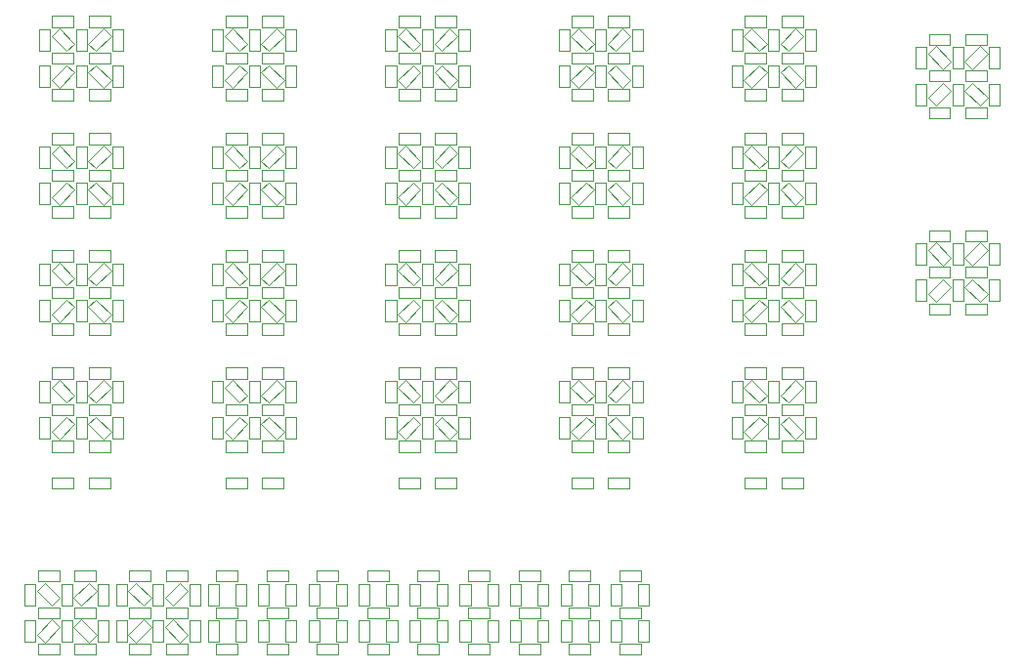
<source format=gbr>
G04 #@! TF.GenerationSoftware,KiCad,Pcbnew,(5.1.4)-1*
G04 #@! TF.CreationDate,2020-11-25T12:07:17-08:00*
G04 #@! TF.ProjectId,ufc_v4_displays_panel,7566635f-7634-45f6-9469-73706c617973,rev?*
G04 #@! TF.SameCoordinates,Original*
G04 #@! TF.FileFunction,Other,User*
%FSLAX46Y46*%
G04 Gerber Fmt 4.6, Leading zero omitted, Abs format (unit mm)*
G04 Created by KiCad (PCBNEW (5.1.4)-1) date 2020-11-25 12:07:17*
%MOMM*%
%LPD*%
G04 APERTURE LIST*
%ADD10C,0.050000*%
G04 APERTURE END LIST*
D10*
X141094000Y-60681000D02*
X141094000Y-62541000D01*
X140154000Y-60681000D02*
X141094000Y-60681000D01*
X140154000Y-62541000D02*
X140154000Y-60681000D01*
X141094000Y-62541000D02*
X140154000Y-62541000D01*
X140154000Y-59366000D02*
X140154000Y-57506000D01*
X141094000Y-59366000D02*
X140154000Y-59366000D01*
X141094000Y-57506000D02*
X141094000Y-59366000D01*
X140154000Y-57506000D02*
X141094000Y-57506000D01*
X144269000Y-60681000D02*
X144269000Y-62541000D01*
X143329000Y-60681000D02*
X144269000Y-60681000D01*
X143329000Y-62541000D02*
X143329000Y-60681000D01*
X144269000Y-62541000D02*
X143329000Y-62541000D01*
X138106500Y-63668500D02*
X138106500Y-62728500D01*
X138106500Y-62728500D02*
X139966500Y-62728500D01*
X139966500Y-62728500D02*
X139966500Y-63668500D01*
X139966500Y-63668500D02*
X138106500Y-63668500D01*
X143329000Y-57506000D02*
X144269000Y-57506000D01*
X144269000Y-57506000D02*
X144269000Y-59366000D01*
X144269000Y-59366000D02*
X143329000Y-59366000D01*
X143329000Y-59366000D02*
X143329000Y-57506000D01*
X138106500Y-57318500D02*
X138106500Y-56378500D01*
X138106500Y-56378500D02*
X139966500Y-56378500D01*
X139966500Y-56378500D02*
X139966500Y-57318500D01*
X139966500Y-57318500D02*
X138106500Y-57318500D01*
X140026449Y-61285731D02*
X138711231Y-62600949D01*
X139361769Y-60621051D02*
X140026449Y-61285731D01*
X138046551Y-61936269D02*
X139361769Y-60621051D01*
X138711231Y-62600949D02*
X138046551Y-61936269D01*
X143141500Y-60493500D02*
X141281500Y-60493500D01*
X143141500Y-59553500D02*
X143141500Y-60493500D01*
X141281500Y-59553500D02*
X143141500Y-59553500D01*
X141281500Y-60493500D02*
X141281500Y-59553500D01*
X138106500Y-60493500D02*
X138106500Y-59553500D01*
X138106500Y-59553500D02*
X139966500Y-59553500D01*
X139966500Y-59553500D02*
X139966500Y-60493500D01*
X139966500Y-60493500D02*
X138106500Y-60493500D01*
X143141500Y-57318500D02*
X141281500Y-57318500D01*
X143141500Y-56378500D02*
X143141500Y-57318500D01*
X141281500Y-56378500D02*
X143141500Y-56378500D01*
X141281500Y-57318500D02*
X141281500Y-56378500D01*
X136979000Y-59366000D02*
X136979000Y-57506000D01*
X137919000Y-59366000D02*
X136979000Y-59366000D01*
X137919000Y-57506000D02*
X137919000Y-59366000D01*
X136979000Y-57506000D02*
X137919000Y-57506000D01*
X141221551Y-61285731D02*
X141886231Y-60621051D01*
X141886231Y-60621051D02*
X143201449Y-61936269D01*
X143201449Y-61936269D02*
X142536769Y-62600949D01*
X142536769Y-62600949D02*
X141221551Y-61285731D01*
X143141500Y-63668500D02*
X141281500Y-63668500D01*
X143141500Y-62728500D02*
X143141500Y-63668500D01*
X141281500Y-62728500D02*
X143141500Y-62728500D01*
X141281500Y-63668500D02*
X141281500Y-62728500D01*
X137919000Y-60681000D02*
X137919000Y-62541000D01*
X136979000Y-60681000D02*
X137919000Y-60681000D01*
X136979000Y-62541000D02*
X136979000Y-60681000D01*
X137919000Y-62541000D02*
X136979000Y-62541000D01*
X139361769Y-59425949D02*
X138046551Y-58110731D01*
X140026449Y-58761269D02*
X139361769Y-59425949D01*
X138711231Y-57446051D02*
X140026449Y-58761269D01*
X138046551Y-58110731D02*
X138711231Y-57446051D01*
X141886231Y-59425949D02*
X141221551Y-58761269D01*
X141221551Y-58761269D02*
X142536769Y-57446051D01*
X142536769Y-57446051D02*
X143201449Y-58110731D01*
X143201449Y-58110731D02*
X141886231Y-59425949D01*
X141094000Y-43681000D02*
X141094000Y-45541000D01*
X140154000Y-43681000D02*
X141094000Y-43681000D01*
X140154000Y-45541000D02*
X140154000Y-43681000D01*
X141094000Y-45541000D02*
X140154000Y-45541000D01*
X140154000Y-42366000D02*
X140154000Y-40506000D01*
X141094000Y-42366000D02*
X140154000Y-42366000D01*
X141094000Y-40506000D02*
X141094000Y-42366000D01*
X140154000Y-40506000D02*
X141094000Y-40506000D01*
X144269000Y-43681000D02*
X144269000Y-45541000D01*
X143329000Y-43681000D02*
X144269000Y-43681000D01*
X143329000Y-45541000D02*
X143329000Y-43681000D01*
X144269000Y-45541000D02*
X143329000Y-45541000D01*
X138106500Y-46668500D02*
X138106500Y-45728500D01*
X138106500Y-45728500D02*
X139966500Y-45728500D01*
X139966500Y-45728500D02*
X139966500Y-46668500D01*
X139966500Y-46668500D02*
X138106500Y-46668500D01*
X143329000Y-40506000D02*
X144269000Y-40506000D01*
X144269000Y-40506000D02*
X144269000Y-42366000D01*
X144269000Y-42366000D02*
X143329000Y-42366000D01*
X143329000Y-42366000D02*
X143329000Y-40506000D01*
X138106500Y-40318500D02*
X138106500Y-39378500D01*
X138106500Y-39378500D02*
X139966500Y-39378500D01*
X139966500Y-39378500D02*
X139966500Y-40318500D01*
X139966500Y-40318500D02*
X138106500Y-40318500D01*
X140026449Y-44285731D02*
X138711231Y-45600949D01*
X139361769Y-43621051D02*
X140026449Y-44285731D01*
X138046551Y-44936269D02*
X139361769Y-43621051D01*
X138711231Y-45600949D02*
X138046551Y-44936269D01*
X143141500Y-43493500D02*
X141281500Y-43493500D01*
X143141500Y-42553500D02*
X143141500Y-43493500D01*
X141281500Y-42553500D02*
X143141500Y-42553500D01*
X141281500Y-43493500D02*
X141281500Y-42553500D01*
X138106500Y-43493500D02*
X138106500Y-42553500D01*
X138106500Y-42553500D02*
X139966500Y-42553500D01*
X139966500Y-42553500D02*
X139966500Y-43493500D01*
X139966500Y-43493500D02*
X138106500Y-43493500D01*
X143141500Y-40318500D02*
X141281500Y-40318500D01*
X143141500Y-39378500D02*
X143141500Y-40318500D01*
X141281500Y-39378500D02*
X143141500Y-39378500D01*
X141281500Y-40318500D02*
X141281500Y-39378500D01*
X136979000Y-42366000D02*
X136979000Y-40506000D01*
X137919000Y-42366000D02*
X136979000Y-42366000D01*
X137919000Y-40506000D02*
X137919000Y-42366000D01*
X136979000Y-40506000D02*
X137919000Y-40506000D01*
X141221551Y-44285731D02*
X141886231Y-43621051D01*
X141886231Y-43621051D02*
X143201449Y-44936269D01*
X143201449Y-44936269D02*
X142536769Y-45600949D01*
X142536769Y-45600949D02*
X141221551Y-44285731D01*
X143141500Y-46668500D02*
X141281500Y-46668500D01*
X143141500Y-45728500D02*
X143141500Y-46668500D01*
X141281500Y-45728500D02*
X143141500Y-45728500D01*
X141281500Y-46668500D02*
X141281500Y-45728500D01*
X137919000Y-43681000D02*
X137919000Y-45541000D01*
X136979000Y-43681000D02*
X137919000Y-43681000D01*
X136979000Y-45541000D02*
X136979000Y-43681000D01*
X137919000Y-45541000D02*
X136979000Y-45541000D01*
X139361769Y-42425949D02*
X138046551Y-41110731D01*
X140026449Y-41761269D02*
X139361769Y-42425949D01*
X138711231Y-40446051D02*
X140026449Y-41761269D01*
X138046551Y-41110731D02*
X138711231Y-40446051D01*
X141886231Y-42425949D02*
X141221551Y-41761269D01*
X141221551Y-41761269D02*
X142536769Y-40446051D01*
X142536769Y-40446051D02*
X143201449Y-41110731D01*
X143201449Y-41110731D02*
X141886231Y-42425949D01*
X112936250Y-87024500D02*
X113876250Y-87024500D01*
X113876250Y-87024500D02*
X113876250Y-88884500D01*
X113876250Y-88884500D02*
X112936250Y-88884500D01*
X112936250Y-88884500D02*
X112936250Y-87024500D01*
X106920000Y-86837000D02*
X106920000Y-85897000D01*
X106920000Y-85897000D02*
X108780000Y-85897000D01*
X108780000Y-85897000D02*
X108780000Y-86837000D01*
X108780000Y-86837000D02*
X106920000Y-86837000D01*
X111285625Y-93187000D02*
X111285625Y-92247000D01*
X111285625Y-92247000D02*
X113145625Y-92247000D01*
X113145625Y-92247000D02*
X113145625Y-93187000D01*
X113145625Y-93187000D02*
X111285625Y-93187000D01*
X104205000Y-92059500D02*
X104205000Y-90199500D01*
X105145000Y-92059500D02*
X104205000Y-92059500D01*
X105145000Y-90199500D02*
X105145000Y-92059500D01*
X104205000Y-90199500D02*
X105145000Y-90199500D01*
X108570625Y-90199500D02*
X109510625Y-90199500D01*
X109510625Y-90199500D02*
X109510625Y-92059500D01*
X109510625Y-92059500D02*
X108570625Y-92059500D01*
X108570625Y-92059500D02*
X108570625Y-90199500D01*
X101823750Y-87024500D02*
X102763750Y-87024500D01*
X102763750Y-87024500D02*
X102763750Y-88884500D01*
X102763750Y-88884500D02*
X101823750Y-88884500D01*
X101823750Y-88884500D02*
X101823750Y-87024500D01*
X108570625Y-88884500D02*
X108570625Y-87024500D01*
X109510625Y-88884500D02*
X108570625Y-88884500D01*
X109510625Y-87024500D02*
X109510625Y-88884500D01*
X108570625Y-87024500D02*
X109510625Y-87024500D01*
X112936250Y-92059500D02*
X112936250Y-90199500D01*
X113876250Y-92059500D02*
X112936250Y-92059500D01*
X113876250Y-90199500D02*
X113876250Y-92059500D01*
X112936250Y-90199500D02*
X113876250Y-90199500D01*
X101823750Y-92059500D02*
X101823750Y-90199500D01*
X102763750Y-92059500D02*
X101823750Y-92059500D01*
X102763750Y-90199500D02*
X102763750Y-92059500D01*
X101823750Y-90199500D02*
X102763750Y-90199500D01*
X113145625Y-90012000D02*
X111285625Y-90012000D01*
X113145625Y-89072000D02*
X113145625Y-90012000D01*
X111285625Y-89072000D02*
X113145625Y-89072000D01*
X111285625Y-90012000D02*
X111285625Y-89072000D01*
X110555000Y-92059500D02*
X110555000Y-90199500D01*
X111495000Y-92059500D02*
X110555000Y-92059500D01*
X111495000Y-90199500D02*
X111495000Y-92059500D01*
X110555000Y-90199500D02*
X111495000Y-90199500D01*
X106189375Y-90199500D02*
X107129375Y-90199500D01*
X107129375Y-90199500D02*
X107129375Y-92059500D01*
X107129375Y-92059500D02*
X106189375Y-92059500D01*
X106189375Y-92059500D02*
X106189375Y-90199500D01*
X106920000Y-90012000D02*
X106920000Y-89072000D01*
X106920000Y-89072000D02*
X108780000Y-89072000D01*
X108780000Y-89072000D02*
X108780000Y-90012000D01*
X108780000Y-90012000D02*
X106920000Y-90012000D01*
X106189375Y-88884500D02*
X106189375Y-87024500D01*
X107129375Y-88884500D02*
X106189375Y-88884500D01*
X107129375Y-87024500D02*
X107129375Y-88884500D01*
X106189375Y-87024500D02*
X107129375Y-87024500D01*
X102554375Y-93187000D02*
X102554375Y-92247000D01*
X102554375Y-92247000D02*
X104414375Y-92247000D01*
X104414375Y-92247000D02*
X104414375Y-93187000D01*
X104414375Y-93187000D02*
X102554375Y-93187000D01*
X104414375Y-90012000D02*
X102554375Y-90012000D01*
X104414375Y-89072000D02*
X104414375Y-90012000D01*
X102554375Y-89072000D02*
X104414375Y-89072000D01*
X102554375Y-90012000D02*
X102554375Y-89072000D01*
X113145625Y-86837000D02*
X111285625Y-86837000D01*
X113145625Y-85897000D02*
X113145625Y-86837000D01*
X111285625Y-85897000D02*
X113145625Y-85897000D01*
X111285625Y-86837000D02*
X111285625Y-85897000D01*
X110555000Y-87024500D02*
X111495000Y-87024500D01*
X111495000Y-87024500D02*
X111495000Y-88884500D01*
X111495000Y-88884500D02*
X110555000Y-88884500D01*
X110555000Y-88884500D02*
X110555000Y-87024500D01*
X108780000Y-93187000D02*
X106920000Y-93187000D01*
X108780000Y-92247000D02*
X108780000Y-93187000D01*
X106920000Y-92247000D02*
X108780000Y-92247000D01*
X106920000Y-93187000D02*
X106920000Y-92247000D01*
X104205000Y-87024500D02*
X105145000Y-87024500D01*
X105145000Y-87024500D02*
X105145000Y-88884500D01*
X105145000Y-88884500D02*
X104205000Y-88884500D01*
X104205000Y-88884500D02*
X104205000Y-87024500D01*
X93823125Y-90012000D02*
X93823125Y-89072000D01*
X93823125Y-89072000D02*
X95683125Y-89072000D01*
X95683125Y-89072000D02*
X95683125Y-90012000D01*
X95683125Y-90012000D02*
X93823125Y-90012000D01*
X104414375Y-86837000D02*
X102554375Y-86837000D01*
X104414375Y-85897000D02*
X104414375Y-86837000D01*
X102554375Y-85897000D02*
X104414375Y-85897000D01*
X102554375Y-86837000D02*
X102554375Y-85897000D01*
X98188750Y-90012000D02*
X98188750Y-89072000D01*
X98188750Y-89072000D02*
X100048750Y-89072000D01*
X100048750Y-89072000D02*
X100048750Y-90012000D01*
X100048750Y-90012000D02*
X98188750Y-90012000D01*
X97458125Y-88884500D02*
X97458125Y-87024500D01*
X98398125Y-88884500D02*
X97458125Y-88884500D01*
X98398125Y-87024500D02*
X98398125Y-88884500D01*
X97458125Y-87024500D02*
X98398125Y-87024500D01*
X98398125Y-90199500D02*
X98398125Y-92059500D01*
X97458125Y-90199500D02*
X98398125Y-90199500D01*
X97458125Y-92059500D02*
X97458125Y-90199500D01*
X98398125Y-92059500D02*
X97458125Y-92059500D01*
X98188750Y-93187000D02*
X98188750Y-92247000D01*
X98188750Y-92247000D02*
X100048750Y-92247000D01*
X100048750Y-92247000D02*
X100048750Y-93187000D01*
X100048750Y-93187000D02*
X98188750Y-93187000D01*
X99839375Y-92059500D02*
X99839375Y-90199500D01*
X100779375Y-92059500D02*
X99839375Y-92059500D01*
X100779375Y-90199500D02*
X100779375Y-92059500D01*
X99839375Y-90199500D02*
X100779375Y-90199500D01*
X99839375Y-87024500D02*
X100779375Y-87024500D01*
X100779375Y-87024500D02*
X100779375Y-88884500D01*
X100779375Y-88884500D02*
X99839375Y-88884500D01*
X99839375Y-88884500D02*
X99839375Y-87024500D01*
X100048750Y-86837000D02*
X98188750Y-86837000D01*
X100048750Y-85897000D02*
X100048750Y-86837000D01*
X98188750Y-85897000D02*
X100048750Y-85897000D01*
X98188750Y-86837000D02*
X98188750Y-85897000D01*
X93092500Y-88884500D02*
X93092500Y-87024500D01*
X94032500Y-88884500D02*
X93092500Y-88884500D01*
X94032500Y-87024500D02*
X94032500Y-88884500D01*
X93092500Y-87024500D02*
X94032500Y-87024500D01*
X95473750Y-88884500D02*
X95473750Y-87024500D01*
X96413750Y-88884500D02*
X95473750Y-88884500D01*
X96413750Y-87024500D02*
X96413750Y-88884500D01*
X95473750Y-87024500D02*
X96413750Y-87024500D01*
X93823125Y-86837000D02*
X93823125Y-85897000D01*
X93823125Y-85897000D02*
X95683125Y-85897000D01*
X95683125Y-85897000D02*
X95683125Y-86837000D01*
X95683125Y-86837000D02*
X93823125Y-86837000D01*
X95683125Y-93187000D02*
X93823125Y-93187000D01*
X95683125Y-92247000D02*
X95683125Y-93187000D01*
X93823125Y-92247000D02*
X95683125Y-92247000D01*
X93823125Y-93187000D02*
X93823125Y-92247000D01*
X88726875Y-87024500D02*
X89666875Y-87024500D01*
X89666875Y-87024500D02*
X89666875Y-88884500D01*
X89666875Y-88884500D02*
X88726875Y-88884500D01*
X88726875Y-88884500D02*
X88726875Y-87024500D01*
X91108125Y-87024500D02*
X92048125Y-87024500D01*
X92048125Y-87024500D02*
X92048125Y-88884500D01*
X92048125Y-88884500D02*
X91108125Y-88884500D01*
X91108125Y-88884500D02*
X91108125Y-87024500D01*
X95473750Y-90199500D02*
X96413750Y-90199500D01*
X96413750Y-90199500D02*
X96413750Y-92059500D01*
X96413750Y-92059500D02*
X95473750Y-92059500D01*
X95473750Y-92059500D02*
X95473750Y-90199500D01*
X91317500Y-90012000D02*
X89457500Y-90012000D01*
X91317500Y-89072000D02*
X91317500Y-90012000D01*
X89457500Y-89072000D02*
X91317500Y-89072000D01*
X89457500Y-90012000D02*
X89457500Y-89072000D01*
X91108125Y-92059500D02*
X91108125Y-90199500D01*
X92048125Y-92059500D02*
X91108125Y-92059500D01*
X92048125Y-90199500D02*
X92048125Y-92059500D01*
X91108125Y-90199500D02*
X92048125Y-90199500D01*
X88726875Y-92059500D02*
X88726875Y-90199500D01*
X89666875Y-92059500D02*
X88726875Y-92059500D01*
X89666875Y-90199500D02*
X89666875Y-92059500D01*
X88726875Y-90199500D02*
X89666875Y-90199500D01*
X89457500Y-93187000D02*
X89457500Y-92247000D01*
X89457500Y-92247000D02*
X91317500Y-92247000D01*
X91317500Y-92247000D02*
X91317500Y-93187000D01*
X91317500Y-93187000D02*
X89457500Y-93187000D01*
X85091875Y-90012000D02*
X85091875Y-89072000D01*
X85091875Y-89072000D02*
X86951875Y-89072000D01*
X86951875Y-89072000D02*
X86951875Y-90012000D01*
X86951875Y-90012000D02*
X85091875Y-90012000D01*
X84361250Y-90199500D02*
X85301250Y-90199500D01*
X85301250Y-90199500D02*
X85301250Y-92059500D01*
X85301250Y-92059500D02*
X84361250Y-92059500D01*
X84361250Y-92059500D02*
X84361250Y-90199500D01*
X86951875Y-93187000D02*
X85091875Y-93187000D01*
X86951875Y-92247000D02*
X86951875Y-93187000D01*
X85091875Y-92247000D02*
X86951875Y-92247000D01*
X85091875Y-93187000D02*
X85091875Y-92247000D01*
X86742500Y-88884500D02*
X86742500Y-87024500D01*
X87682500Y-88884500D02*
X86742500Y-88884500D01*
X87682500Y-87024500D02*
X87682500Y-88884500D01*
X86742500Y-87024500D02*
X87682500Y-87024500D01*
X80726250Y-89072000D02*
X82586250Y-89072000D01*
X80726250Y-90012000D02*
X80726250Y-89072000D01*
X82586250Y-90012000D02*
X80726250Y-90012000D01*
X82586250Y-89072000D02*
X82586250Y-90012000D01*
X79995625Y-92059500D02*
X79995625Y-90199500D01*
X80935625Y-92059500D02*
X79995625Y-92059500D01*
X80935625Y-90199500D02*
X80935625Y-92059500D01*
X79995625Y-90199500D02*
X80935625Y-90199500D01*
X80726250Y-93187000D02*
X80726250Y-92247000D01*
X80726250Y-92247000D02*
X82586250Y-92247000D01*
X82586250Y-92247000D02*
X82586250Y-93187000D01*
X82586250Y-93187000D02*
X80726250Y-93187000D01*
X82376875Y-92059500D02*
X82376875Y-90199500D01*
X83316875Y-92059500D02*
X82376875Y-92059500D01*
X83316875Y-90199500D02*
X83316875Y-92059500D01*
X82376875Y-90199500D02*
X83316875Y-90199500D01*
X65931500Y-93186500D02*
X64071500Y-93186500D01*
X65931500Y-92246500D02*
X65931500Y-93186500D01*
X64071500Y-92246500D02*
X65931500Y-92246500D01*
X64071500Y-93186500D02*
X64071500Y-92246500D01*
X82376875Y-87024500D02*
X83316875Y-87024500D01*
X83316875Y-87024500D02*
X83316875Y-88884500D01*
X83316875Y-88884500D02*
X82376875Y-88884500D01*
X82376875Y-88884500D02*
X82376875Y-87024500D01*
X82586250Y-86837000D02*
X80726250Y-86837000D01*
X82586250Y-85897000D02*
X82586250Y-86837000D01*
X80726250Y-85897000D02*
X82586250Y-85897000D01*
X80726250Y-86837000D02*
X80726250Y-85897000D01*
X64676231Y-88943949D02*
X64011551Y-88279269D01*
X64011551Y-88279269D02*
X65326769Y-86964051D01*
X65326769Y-86964051D02*
X65991449Y-87628731D01*
X65991449Y-87628731D02*
X64676231Y-88943949D01*
X78220625Y-89072000D02*
X78220625Y-90012000D01*
X78220625Y-90012000D02*
X76360625Y-90012000D01*
X76360625Y-90012000D02*
X76360625Y-89072000D01*
X76360625Y-89072000D02*
X78220625Y-89072000D01*
X75630000Y-90199500D02*
X76570000Y-90199500D01*
X76570000Y-90199500D02*
X76570000Y-92059500D01*
X76570000Y-92059500D02*
X75630000Y-92059500D01*
X75630000Y-92059500D02*
X75630000Y-90199500D01*
X68820000Y-90012000D02*
X68820000Y-89072000D01*
X68820000Y-89072000D02*
X70680000Y-89072000D01*
X70680000Y-89072000D02*
X70680000Y-90012000D01*
X70680000Y-90012000D02*
X68820000Y-90012000D01*
X78220625Y-93187000D02*
X76360625Y-93187000D01*
X78220625Y-92247000D02*
X78220625Y-93187000D01*
X76360625Y-92247000D02*
X78220625Y-92247000D01*
X76360625Y-93187000D02*
X76360625Y-92247000D01*
X78011250Y-90199500D02*
X78951250Y-90199500D01*
X78951250Y-90199500D02*
X78951250Y-92059500D01*
X78951250Y-92059500D02*
X78011250Y-92059500D01*
X78011250Y-92059500D02*
X78011250Y-90199500D01*
X76360625Y-86837000D02*
X76360625Y-85897000D01*
X76360625Y-85897000D02*
X78220625Y-85897000D01*
X78220625Y-85897000D02*
X78220625Y-86837000D01*
X78220625Y-86837000D02*
X76360625Y-86837000D01*
X60896500Y-86836500D02*
X60896500Y-85896500D01*
X60896500Y-85896500D02*
X62756500Y-85896500D01*
X62756500Y-85896500D02*
X62756500Y-86836500D01*
X62756500Y-86836500D02*
X60896500Y-86836500D01*
X67059000Y-90199000D02*
X67059000Y-92059000D01*
X66119000Y-90199000D02*
X67059000Y-90199000D01*
X66119000Y-92059000D02*
X66119000Y-90199000D01*
X67059000Y-92059000D02*
X66119000Y-92059000D01*
X65931500Y-86836500D02*
X64071500Y-86836500D01*
X65931500Y-85896500D02*
X65931500Y-86836500D01*
X64071500Y-85896500D02*
X65931500Y-85896500D01*
X64071500Y-86836500D02*
X64071500Y-85896500D01*
X70075269Y-88944449D02*
X68760051Y-87629231D01*
X70739949Y-88279769D02*
X70075269Y-88944449D01*
X69424731Y-86964551D02*
X70739949Y-88279769D01*
X68760051Y-87629231D02*
X69424731Y-86964551D01*
X60709000Y-90199000D02*
X60709000Y-92059000D01*
X59769000Y-90199000D02*
X60709000Y-90199000D01*
X59769000Y-92059000D02*
X59769000Y-90199000D01*
X60709000Y-92059000D02*
X59769000Y-92059000D01*
X60896500Y-93186500D02*
X60896500Y-92246500D01*
X60896500Y-92246500D02*
X62756500Y-92246500D01*
X62756500Y-92246500D02*
X62756500Y-93186500D01*
X62756500Y-93186500D02*
X60896500Y-93186500D01*
X63884000Y-90199000D02*
X63884000Y-92059000D01*
X62944000Y-90199000D02*
X63884000Y-90199000D01*
X62944000Y-92059000D02*
X62944000Y-90199000D01*
X63884000Y-92059000D02*
X62944000Y-92059000D01*
X93092500Y-90199500D02*
X94032500Y-90199500D01*
X94032500Y-90199500D02*
X94032500Y-92059500D01*
X94032500Y-92059500D02*
X93092500Y-92059500D01*
X93092500Y-92059500D02*
X93092500Y-90199500D01*
X68632500Y-92059500D02*
X67692500Y-92059500D01*
X67692500Y-92059500D02*
X67692500Y-90199500D01*
X67692500Y-90199500D02*
X68632500Y-90199500D01*
X68632500Y-90199500D02*
X68632500Y-92059500D01*
X70680000Y-86837000D02*
X68820000Y-86837000D01*
X70680000Y-85897000D02*
X70680000Y-86837000D01*
X68820000Y-85897000D02*
X70680000Y-85897000D01*
X68820000Y-86837000D02*
X68820000Y-85897000D01*
X60896500Y-90011500D02*
X60896500Y-89071500D01*
X60896500Y-89071500D02*
X62756500Y-89071500D01*
X62756500Y-89071500D02*
X62756500Y-90011500D01*
X62756500Y-90011500D02*
X60896500Y-90011500D01*
X86742500Y-90199500D02*
X87682500Y-90199500D01*
X87682500Y-90199500D02*
X87682500Y-92059500D01*
X87682500Y-92059500D02*
X86742500Y-92059500D01*
X86742500Y-92059500D02*
X86742500Y-90199500D01*
X66119000Y-87024000D02*
X67059000Y-87024000D01*
X67059000Y-87024000D02*
X67059000Y-88884000D01*
X67059000Y-88884000D02*
X66119000Y-88884000D01*
X66119000Y-88884000D02*
X66119000Y-87024000D01*
X75630000Y-88884500D02*
X75630000Y-87024500D01*
X76570000Y-88884500D02*
X75630000Y-88884500D01*
X76570000Y-87024500D02*
X76570000Y-88884500D01*
X75630000Y-87024500D02*
X76570000Y-87024500D01*
X65931500Y-90011500D02*
X64071500Y-90011500D01*
X65931500Y-89071500D02*
X65931500Y-90011500D01*
X64071500Y-89071500D02*
X65931500Y-89071500D01*
X64071500Y-90011500D02*
X64071500Y-89071500D01*
X78011250Y-88884500D02*
X78011250Y-87024500D01*
X78951250Y-88884500D02*
X78011250Y-88884500D01*
X78951250Y-87024500D02*
X78951250Y-88884500D01*
X78011250Y-87024500D02*
X78951250Y-87024500D01*
X62944000Y-88884000D02*
X62944000Y-87024000D01*
X63884000Y-88884000D02*
X62944000Y-88884000D01*
X63884000Y-87024000D02*
X63884000Y-88884000D01*
X62944000Y-87024000D02*
X63884000Y-87024000D01*
X91317500Y-86837000D02*
X89457500Y-86837000D01*
X91317500Y-85897000D02*
X91317500Y-86837000D01*
X89457500Y-85897000D02*
X91317500Y-85897000D01*
X89457500Y-86837000D02*
X89457500Y-85897000D01*
X84361250Y-88884500D02*
X84361250Y-87024500D01*
X85301250Y-88884500D02*
X84361250Y-88884500D01*
X85301250Y-87024500D02*
X85301250Y-88884500D01*
X84361250Y-87024500D02*
X85301250Y-87024500D01*
X62816449Y-90803731D02*
X61501231Y-92118949D01*
X62151769Y-90139051D02*
X62816449Y-90803731D01*
X60836551Y-91454269D02*
X62151769Y-90139051D01*
X61501231Y-92118949D02*
X60836551Y-91454269D01*
X62151769Y-88943949D02*
X60836551Y-87628731D01*
X62816449Y-88279269D02*
X62151769Y-88943949D01*
X61501231Y-86964051D02*
X62816449Y-88279269D01*
X60836551Y-87628731D02*
X61501231Y-86964051D01*
X85091875Y-86837000D02*
X85091875Y-85897000D01*
X85091875Y-85897000D02*
X86951875Y-85897000D01*
X86951875Y-85897000D02*
X86951875Y-86837000D01*
X86951875Y-86837000D02*
X85091875Y-86837000D01*
X79995625Y-87024500D02*
X80935625Y-87024500D01*
X80935625Y-87024500D02*
X80935625Y-88884500D01*
X80935625Y-88884500D02*
X79995625Y-88884500D01*
X79995625Y-88884500D02*
X79995625Y-87024500D01*
X59769000Y-88884000D02*
X59769000Y-87024000D01*
X60709000Y-88884000D02*
X59769000Y-88884000D01*
X60709000Y-87024000D02*
X60709000Y-88884000D01*
X59769000Y-87024000D02*
X60709000Y-87024000D01*
X64011551Y-90803731D02*
X64676231Y-90139051D01*
X64676231Y-90139051D02*
X65991449Y-91454269D01*
X65991449Y-91454269D02*
X65326769Y-92118949D01*
X65326769Y-92118949D02*
X64011551Y-90803731D01*
X70867500Y-88884500D02*
X70867500Y-87024500D01*
X71807500Y-88884500D02*
X70867500Y-88884500D01*
X71807500Y-87024500D02*
X71807500Y-88884500D01*
X70867500Y-87024500D02*
X71807500Y-87024500D01*
X67692500Y-88884500D02*
X67692500Y-87024500D01*
X68632500Y-88884500D02*
X67692500Y-88884500D01*
X68632500Y-87024500D02*
X68632500Y-88884500D01*
X67692500Y-87024500D02*
X68632500Y-87024500D01*
X74982500Y-90199500D02*
X74982500Y-92059500D01*
X74042500Y-90199500D02*
X74982500Y-90199500D01*
X74042500Y-92059500D02*
X74042500Y-90199500D01*
X74982500Y-92059500D02*
X74042500Y-92059500D01*
X71935051Y-90804231D02*
X72599731Y-90139551D01*
X72599731Y-90139551D02*
X73914949Y-91454769D01*
X73914949Y-91454769D02*
X73250269Y-92119449D01*
X73250269Y-92119449D02*
X71935051Y-90804231D01*
X68820000Y-93187000D02*
X68820000Y-92247000D01*
X68820000Y-92247000D02*
X70680000Y-92247000D01*
X70680000Y-92247000D02*
X70680000Y-93187000D01*
X70680000Y-93187000D02*
X68820000Y-93187000D01*
X73855000Y-86837000D02*
X71995000Y-86837000D01*
X73855000Y-85897000D02*
X73855000Y-86837000D01*
X71995000Y-85897000D02*
X73855000Y-85897000D01*
X71995000Y-86837000D02*
X71995000Y-85897000D01*
X73855000Y-93187000D02*
X71995000Y-93187000D01*
X73855000Y-92247000D02*
X73855000Y-93187000D01*
X71995000Y-92247000D02*
X73855000Y-92247000D01*
X71995000Y-93187000D02*
X71995000Y-92247000D01*
X71807500Y-92059500D02*
X70867500Y-92059500D01*
X70867500Y-92059500D02*
X70867500Y-90199500D01*
X70867500Y-90199500D02*
X71807500Y-90199500D01*
X71807500Y-90199500D02*
X71807500Y-92059500D01*
X74042500Y-87024500D02*
X74982500Y-87024500D01*
X74982500Y-87024500D02*
X74982500Y-88884500D01*
X74982500Y-88884500D02*
X74042500Y-88884500D01*
X74042500Y-88884500D02*
X74042500Y-87024500D01*
X72599731Y-88944449D02*
X71935051Y-88279769D01*
X71935051Y-88279769D02*
X73250269Y-86964551D01*
X73250269Y-86964551D02*
X73914949Y-87629231D01*
X73914949Y-87629231D02*
X72599731Y-88944449D01*
X73855000Y-90012000D02*
X71995000Y-90012000D01*
X73855000Y-89072000D02*
X73855000Y-90012000D01*
X71995000Y-89072000D02*
X73855000Y-89072000D01*
X71995000Y-90012000D02*
X71995000Y-89072000D01*
X70739949Y-90804231D02*
X69424731Y-92119449D01*
X70075269Y-90139551D02*
X70739949Y-90804231D01*
X68760051Y-91454769D02*
X70075269Y-90139551D01*
X69424731Y-92119449D02*
X68760051Y-91454769D01*
X127244449Y-53540769D02*
X126579769Y-54205449D01*
X126579769Y-54205449D02*
X125264551Y-52890231D01*
X125264551Y-52890231D02*
X125929231Y-52225551D01*
X125929231Y-52225551D02*
X127244449Y-53540769D01*
X124009500Y-45113500D02*
X122149500Y-45113500D01*
X124009500Y-44173500D02*
X124009500Y-45113500D01*
X122149500Y-44173500D02*
X124009500Y-44173500D01*
X122149500Y-45113500D02*
X122149500Y-44173500D01*
X124009500Y-77827500D02*
X124009500Y-78767500D01*
X124009500Y-78767500D02*
X122149500Y-78767500D01*
X122149500Y-78767500D02*
X122149500Y-77827500D01*
X122149500Y-77827500D02*
X124009500Y-77827500D01*
X124069449Y-42730231D02*
X122754231Y-44045449D01*
X123404769Y-42065551D02*
X124069449Y-42730231D01*
X122089551Y-43380769D02*
X123404769Y-42065551D01*
X122754231Y-44045449D02*
X122089551Y-43380769D01*
X122754231Y-49050551D02*
X124069449Y-50365769D01*
X122089551Y-49715231D02*
X122754231Y-49050551D01*
X123404769Y-51030449D02*
X122089551Y-49715231D01*
X124069449Y-50365769D02*
X123404769Y-51030449D01*
X125324500Y-37823500D02*
X127184500Y-37823500D01*
X125324500Y-38763500D02*
X125324500Y-37823500D01*
X127184500Y-38763500D02*
X125324500Y-38763500D01*
X127184500Y-37823500D02*
X127184500Y-38763500D01*
X122149500Y-38763500D02*
X122149500Y-37823500D01*
X122149500Y-37823500D02*
X124009500Y-37823500D01*
X124009500Y-37823500D02*
X124009500Y-38763500D01*
X124009500Y-38763500D02*
X122149500Y-38763500D01*
X128312000Y-43985500D02*
X127372000Y-43985500D01*
X127372000Y-43985500D02*
X127372000Y-42125500D01*
X127372000Y-42125500D02*
X128312000Y-42125500D01*
X128312000Y-42125500D02*
X128312000Y-43985500D01*
X125929231Y-42065551D02*
X127244449Y-43380769D01*
X125264551Y-42730231D02*
X125929231Y-42065551D01*
X126579769Y-44045449D02*
X125264551Y-42730231D01*
X127244449Y-43380769D02*
X126579769Y-44045449D01*
X122149500Y-52097500D02*
X122149500Y-51157500D01*
X122149500Y-51157500D02*
X124009500Y-51157500D01*
X124009500Y-51157500D02*
X124009500Y-52097500D01*
X124009500Y-52097500D02*
X122149500Y-52097500D01*
X127184500Y-47983500D02*
X127184500Y-48923500D01*
X127184500Y-48923500D02*
X125324500Y-48923500D01*
X125324500Y-48923500D02*
X125324500Y-47983500D01*
X125324500Y-47983500D02*
X127184500Y-47983500D01*
X125137000Y-43985500D02*
X124197000Y-43985500D01*
X124197000Y-43985500D02*
X124197000Y-42125500D01*
X124197000Y-42125500D02*
X125137000Y-42125500D01*
X125137000Y-42125500D02*
X125137000Y-43985500D01*
X127184500Y-44173500D02*
X127184500Y-45113500D01*
X127184500Y-45113500D02*
X125324500Y-45113500D01*
X125324500Y-45113500D02*
X125324500Y-44173500D01*
X125324500Y-44173500D02*
X127184500Y-44173500D01*
X128312000Y-38950500D02*
X128312000Y-40810500D01*
X127372000Y-38950500D02*
X128312000Y-38950500D01*
X127372000Y-40810500D02*
X127372000Y-38950500D01*
X128312000Y-40810500D02*
X127372000Y-40810500D01*
X121962000Y-49110500D02*
X121962000Y-50970500D01*
X121022000Y-49110500D02*
X121962000Y-49110500D01*
X121022000Y-50970500D02*
X121022000Y-49110500D01*
X121962000Y-50970500D02*
X121022000Y-50970500D01*
X121962000Y-38950500D02*
X121962000Y-40810500D01*
X121022000Y-38950500D02*
X121962000Y-38950500D01*
X121022000Y-40810500D02*
X121022000Y-38950500D01*
X121962000Y-40810500D02*
X121022000Y-40810500D01*
X124009500Y-41937500D02*
X122149500Y-41937500D01*
X124009500Y-40997500D02*
X124009500Y-41937500D01*
X122149500Y-40997500D02*
X124009500Y-40997500D01*
X122149500Y-41937500D02*
X122149500Y-40997500D01*
X125137000Y-38950500D02*
X125137000Y-40810500D01*
X124197000Y-38950500D02*
X125137000Y-38950500D01*
X124197000Y-40810500D02*
X124197000Y-38950500D01*
X125137000Y-40810500D02*
X124197000Y-40810500D01*
X128312000Y-50970500D02*
X127372000Y-50970500D01*
X127372000Y-50970500D02*
X127372000Y-49110500D01*
X127372000Y-49110500D02*
X128312000Y-49110500D01*
X128312000Y-49110500D02*
X128312000Y-50970500D01*
X125324500Y-51157500D02*
X127184500Y-51157500D01*
X125324500Y-52097500D02*
X125324500Y-51157500D01*
X127184500Y-52097500D02*
X125324500Y-52097500D01*
X127184500Y-51157500D02*
X127184500Y-52097500D01*
X125137000Y-50970500D02*
X124197000Y-50970500D01*
X124197000Y-50970500D02*
X124197000Y-49110500D01*
X124197000Y-49110500D02*
X125137000Y-49110500D01*
X125137000Y-49110500D02*
X125137000Y-50970500D01*
X125137000Y-52285500D02*
X125137000Y-54145500D01*
X124197000Y-52285500D02*
X125137000Y-52285500D01*
X124197000Y-54145500D02*
X124197000Y-52285500D01*
X125137000Y-54145500D02*
X124197000Y-54145500D01*
X124009500Y-48923500D02*
X122149500Y-48923500D01*
X124009500Y-47983500D02*
X124009500Y-48923500D01*
X122149500Y-47983500D02*
X124009500Y-47983500D01*
X122149500Y-48923500D02*
X122149500Y-47983500D01*
X127244449Y-49715231D02*
X125929231Y-51030449D01*
X126579769Y-49050551D02*
X127244449Y-49715231D01*
X125264551Y-50365769D02*
X126579769Y-49050551D01*
X125929231Y-51030449D02*
X125264551Y-50365769D01*
X124069449Y-40205769D02*
X123404769Y-40870449D01*
X123404769Y-40870449D02*
X122089551Y-39555231D01*
X122089551Y-39555231D02*
X122754231Y-38890551D01*
X122754231Y-38890551D02*
X124069449Y-40205769D01*
X121962000Y-43985500D02*
X121022000Y-43985500D01*
X121022000Y-43985500D02*
X121022000Y-42125500D01*
X121022000Y-42125500D02*
X121962000Y-42125500D01*
X121962000Y-42125500D02*
X121962000Y-43985500D01*
X125929231Y-40870449D02*
X125264551Y-40205769D01*
X125264551Y-40205769D02*
X126579769Y-38890551D01*
X126579769Y-38890551D02*
X127244449Y-39555231D01*
X127244449Y-39555231D02*
X125929231Y-40870449D01*
X127184500Y-40997500D02*
X127184500Y-41937500D01*
X127184500Y-41937500D02*
X125324500Y-41937500D01*
X125324500Y-41937500D02*
X125324500Y-40997500D01*
X125324500Y-40997500D02*
X127184500Y-40997500D01*
X128312000Y-52285500D02*
X128312000Y-54145500D01*
X127372000Y-52285500D02*
X128312000Y-52285500D01*
X127372000Y-54145500D02*
X127372000Y-52285500D01*
X128312000Y-54145500D02*
X127372000Y-54145500D01*
X125324500Y-77827500D02*
X127184500Y-77827500D01*
X125324500Y-78767500D02*
X125324500Y-77827500D01*
X127184500Y-78767500D02*
X125324500Y-78767500D01*
X127184500Y-77827500D02*
X127184500Y-78767500D01*
X121962000Y-59270500D02*
X121962000Y-61130500D01*
X121022000Y-59270500D02*
X121962000Y-59270500D01*
X121022000Y-61130500D02*
X121022000Y-59270500D01*
X121962000Y-61130500D02*
X121022000Y-61130500D01*
X122754231Y-54205449D02*
X122089551Y-53540769D01*
X122089551Y-53540769D02*
X123404769Y-52225551D01*
X123404769Y-52225551D02*
X124069449Y-52890231D01*
X124069449Y-52890231D02*
X122754231Y-54205449D01*
X121962000Y-52285500D02*
X121962000Y-54145500D01*
X121022000Y-52285500D02*
X121962000Y-52285500D01*
X121022000Y-54145500D02*
X121022000Y-52285500D01*
X121962000Y-54145500D02*
X121022000Y-54145500D01*
X122149500Y-59083500D02*
X122149500Y-58143500D01*
X122149500Y-58143500D02*
X124009500Y-58143500D01*
X124009500Y-58143500D02*
X124009500Y-59083500D01*
X124009500Y-59083500D02*
X122149500Y-59083500D01*
X127184500Y-54333500D02*
X127184500Y-55273500D01*
X127184500Y-55273500D02*
X125324500Y-55273500D01*
X125324500Y-55273500D02*
X125324500Y-54333500D01*
X125324500Y-54333500D02*
X127184500Y-54333500D01*
X124009500Y-55273500D02*
X122149500Y-55273500D01*
X124009500Y-54333500D02*
X124009500Y-55273500D01*
X122149500Y-54333500D02*
X124009500Y-54333500D01*
X122149500Y-55273500D02*
X122149500Y-54333500D01*
X125324500Y-58143500D02*
X127184500Y-58143500D01*
X125324500Y-59083500D02*
X125324500Y-58143500D01*
X127184500Y-59083500D02*
X125324500Y-59083500D01*
X127184500Y-58143500D02*
X127184500Y-59083500D01*
X125929231Y-61190449D02*
X125264551Y-60525769D01*
X125264551Y-60525769D02*
X126579769Y-59210551D01*
X126579769Y-59210551D02*
X127244449Y-59875231D01*
X127244449Y-59875231D02*
X125929231Y-61190449D01*
X125929231Y-62385551D02*
X127244449Y-63700769D01*
X125264551Y-63050231D02*
X125929231Y-62385551D01*
X126579769Y-64365449D02*
X125264551Y-63050231D01*
X127244449Y-63700769D02*
X126579769Y-64365449D01*
X128312000Y-59270500D02*
X128312000Y-61130500D01*
X127372000Y-59270500D02*
X128312000Y-59270500D01*
X127372000Y-61130500D02*
X127372000Y-59270500D01*
X128312000Y-61130500D02*
X127372000Y-61130500D01*
X125137000Y-64305500D02*
X124197000Y-64305500D01*
X124197000Y-64305500D02*
X124197000Y-62445500D01*
X124197000Y-62445500D02*
X125137000Y-62445500D01*
X125137000Y-62445500D02*
X125137000Y-64305500D01*
X125137000Y-59270500D02*
X125137000Y-61130500D01*
X124197000Y-59270500D02*
X125137000Y-59270500D01*
X124197000Y-61130500D02*
X124197000Y-59270500D01*
X125137000Y-61130500D02*
X124197000Y-61130500D01*
X124069449Y-60525769D02*
X123404769Y-61190449D01*
X123404769Y-61190449D02*
X122089551Y-59875231D01*
X122089551Y-59875231D02*
X122754231Y-59210551D01*
X122754231Y-59210551D02*
X124069449Y-60525769D01*
X127184500Y-61317500D02*
X127184500Y-62257500D01*
X127184500Y-62257500D02*
X125324500Y-62257500D01*
X125324500Y-62257500D02*
X125324500Y-61317500D01*
X125324500Y-61317500D02*
X127184500Y-61317500D01*
X124009500Y-62257500D02*
X122149500Y-62257500D01*
X124009500Y-61317500D02*
X124009500Y-62257500D01*
X122149500Y-61317500D02*
X124009500Y-61317500D01*
X122149500Y-62257500D02*
X122149500Y-61317500D01*
X128312000Y-64305500D02*
X127372000Y-64305500D01*
X127372000Y-64305500D02*
X127372000Y-62445500D01*
X127372000Y-62445500D02*
X128312000Y-62445500D01*
X128312000Y-62445500D02*
X128312000Y-64305500D01*
X121962000Y-62445500D02*
X121962000Y-64305500D01*
X121022000Y-62445500D02*
X121962000Y-62445500D01*
X121022000Y-64305500D02*
X121022000Y-62445500D01*
X121962000Y-64305500D02*
X121022000Y-64305500D01*
X127184500Y-64493500D02*
X127184500Y-65433500D01*
X127184500Y-65433500D02*
X125324500Y-65433500D01*
X125324500Y-65433500D02*
X125324500Y-64493500D01*
X125324500Y-64493500D02*
X127184500Y-64493500D01*
X124009500Y-65433500D02*
X122149500Y-65433500D01*
X124009500Y-64493500D02*
X124009500Y-65433500D01*
X122149500Y-64493500D02*
X124009500Y-64493500D01*
X122149500Y-65433500D02*
X122149500Y-64493500D01*
X124009500Y-69243500D02*
X122149500Y-69243500D01*
X124009500Y-68303500D02*
X124009500Y-69243500D01*
X122149500Y-68303500D02*
X124009500Y-68303500D01*
X122149500Y-69243500D02*
X122149500Y-68303500D01*
X125137000Y-71290500D02*
X124197000Y-71290500D01*
X124197000Y-71290500D02*
X124197000Y-69430500D01*
X124197000Y-69430500D02*
X125137000Y-69430500D01*
X125137000Y-69430500D02*
X125137000Y-71290500D01*
X122754231Y-69370551D02*
X124069449Y-70685769D01*
X122089551Y-70035231D02*
X122754231Y-69370551D01*
X123404769Y-71350449D02*
X122089551Y-70035231D01*
X124069449Y-70685769D02*
X123404769Y-71350449D01*
X127184500Y-71477500D02*
X127184500Y-72417500D01*
X127184500Y-72417500D02*
X125324500Y-72417500D01*
X125324500Y-72417500D02*
X125324500Y-71477500D01*
X125324500Y-71477500D02*
X127184500Y-71477500D01*
X122149500Y-72417500D02*
X122149500Y-71477500D01*
X122149500Y-71477500D02*
X124009500Y-71477500D01*
X124009500Y-71477500D02*
X124009500Y-72417500D01*
X124009500Y-72417500D02*
X122149500Y-72417500D01*
X128312000Y-72605500D02*
X128312000Y-74465500D01*
X127372000Y-72605500D02*
X128312000Y-72605500D01*
X127372000Y-74465500D02*
X127372000Y-72605500D01*
X128312000Y-74465500D02*
X127372000Y-74465500D01*
X127244449Y-73860769D02*
X126579769Y-74525449D01*
X126579769Y-74525449D02*
X125264551Y-73210231D01*
X125264551Y-73210231D02*
X125929231Y-72545551D01*
X125929231Y-72545551D02*
X127244449Y-73860769D01*
X121962000Y-72605500D02*
X121962000Y-74465500D01*
X121022000Y-72605500D02*
X121962000Y-72605500D01*
X121022000Y-74465500D02*
X121022000Y-72605500D01*
X121962000Y-74465500D02*
X121022000Y-74465500D01*
X127184500Y-74653500D02*
X127184500Y-75593500D01*
X127184500Y-75593500D02*
X125324500Y-75593500D01*
X125324500Y-75593500D02*
X125324500Y-74653500D01*
X125324500Y-74653500D02*
X127184500Y-74653500D01*
X122149500Y-75593500D02*
X122149500Y-74653500D01*
X122149500Y-74653500D02*
X124009500Y-74653500D01*
X124009500Y-74653500D02*
X124009500Y-75593500D01*
X124009500Y-75593500D02*
X122149500Y-75593500D01*
X127244449Y-70035231D02*
X125929231Y-71350449D01*
X126579769Y-69370551D02*
X127244449Y-70035231D01*
X125264551Y-70685769D02*
X126579769Y-69370551D01*
X125929231Y-71350449D02*
X125264551Y-70685769D01*
X127184500Y-68303500D02*
X127184500Y-69243500D01*
X127184500Y-69243500D02*
X125324500Y-69243500D01*
X125324500Y-69243500D02*
X125324500Y-68303500D01*
X125324500Y-68303500D02*
X127184500Y-68303500D01*
X124069449Y-63050231D02*
X122754231Y-64365449D01*
X123404769Y-62385551D02*
X124069449Y-63050231D01*
X122089551Y-63700769D02*
X123404769Y-62385551D01*
X122754231Y-64365449D02*
X122089551Y-63700769D01*
X125137000Y-72605500D02*
X125137000Y-74465500D01*
X124197000Y-72605500D02*
X125137000Y-72605500D01*
X124197000Y-74465500D02*
X124197000Y-72605500D01*
X125137000Y-74465500D02*
X124197000Y-74465500D01*
X128312000Y-71290500D02*
X127372000Y-71290500D01*
X127372000Y-71290500D02*
X127372000Y-69430500D01*
X127372000Y-69430500D02*
X128312000Y-69430500D01*
X128312000Y-69430500D02*
X128312000Y-71290500D01*
X121962000Y-71290500D02*
X121022000Y-71290500D01*
X121022000Y-71290500D02*
X121022000Y-69430500D01*
X121022000Y-69430500D02*
X121962000Y-69430500D01*
X121962000Y-69430500D02*
X121962000Y-71290500D01*
X122754231Y-74525449D02*
X122089551Y-73860769D01*
X122089551Y-73860769D02*
X123404769Y-72545551D01*
X123404769Y-72545551D02*
X124069449Y-73210231D01*
X124069449Y-73210231D02*
X122754231Y-74525449D01*
X112244449Y-53540769D02*
X111579769Y-54205449D01*
X111579769Y-54205449D02*
X110264551Y-52890231D01*
X110264551Y-52890231D02*
X110929231Y-52225551D01*
X110929231Y-52225551D02*
X112244449Y-53540769D01*
X109009500Y-45113500D02*
X107149500Y-45113500D01*
X109009500Y-44173500D02*
X109009500Y-45113500D01*
X107149500Y-44173500D02*
X109009500Y-44173500D01*
X107149500Y-45113500D02*
X107149500Y-44173500D01*
X109009500Y-77827500D02*
X109009500Y-78767500D01*
X109009500Y-78767500D02*
X107149500Y-78767500D01*
X107149500Y-78767500D02*
X107149500Y-77827500D01*
X107149500Y-77827500D02*
X109009500Y-77827500D01*
X109069449Y-42730231D02*
X107754231Y-44045449D01*
X108404769Y-42065551D02*
X109069449Y-42730231D01*
X107089551Y-43380769D02*
X108404769Y-42065551D01*
X107754231Y-44045449D02*
X107089551Y-43380769D01*
X107754231Y-49050551D02*
X109069449Y-50365769D01*
X107089551Y-49715231D02*
X107754231Y-49050551D01*
X108404769Y-51030449D02*
X107089551Y-49715231D01*
X109069449Y-50365769D02*
X108404769Y-51030449D01*
X110324500Y-37823500D02*
X112184500Y-37823500D01*
X110324500Y-38763500D02*
X110324500Y-37823500D01*
X112184500Y-38763500D02*
X110324500Y-38763500D01*
X112184500Y-37823500D02*
X112184500Y-38763500D01*
X107149500Y-38763500D02*
X107149500Y-37823500D01*
X107149500Y-37823500D02*
X109009500Y-37823500D01*
X109009500Y-37823500D02*
X109009500Y-38763500D01*
X109009500Y-38763500D02*
X107149500Y-38763500D01*
X113312000Y-43985500D02*
X112372000Y-43985500D01*
X112372000Y-43985500D02*
X112372000Y-42125500D01*
X112372000Y-42125500D02*
X113312000Y-42125500D01*
X113312000Y-42125500D02*
X113312000Y-43985500D01*
X110929231Y-42065551D02*
X112244449Y-43380769D01*
X110264551Y-42730231D02*
X110929231Y-42065551D01*
X111579769Y-44045449D02*
X110264551Y-42730231D01*
X112244449Y-43380769D02*
X111579769Y-44045449D01*
X107149500Y-52097500D02*
X107149500Y-51157500D01*
X107149500Y-51157500D02*
X109009500Y-51157500D01*
X109009500Y-51157500D02*
X109009500Y-52097500D01*
X109009500Y-52097500D02*
X107149500Y-52097500D01*
X112184500Y-47983500D02*
X112184500Y-48923500D01*
X112184500Y-48923500D02*
X110324500Y-48923500D01*
X110324500Y-48923500D02*
X110324500Y-47983500D01*
X110324500Y-47983500D02*
X112184500Y-47983500D01*
X110137000Y-43985500D02*
X109197000Y-43985500D01*
X109197000Y-43985500D02*
X109197000Y-42125500D01*
X109197000Y-42125500D02*
X110137000Y-42125500D01*
X110137000Y-42125500D02*
X110137000Y-43985500D01*
X112184500Y-44173500D02*
X112184500Y-45113500D01*
X112184500Y-45113500D02*
X110324500Y-45113500D01*
X110324500Y-45113500D02*
X110324500Y-44173500D01*
X110324500Y-44173500D02*
X112184500Y-44173500D01*
X113312000Y-38950500D02*
X113312000Y-40810500D01*
X112372000Y-38950500D02*
X113312000Y-38950500D01*
X112372000Y-40810500D02*
X112372000Y-38950500D01*
X113312000Y-40810500D02*
X112372000Y-40810500D01*
X106962000Y-49110500D02*
X106962000Y-50970500D01*
X106022000Y-49110500D02*
X106962000Y-49110500D01*
X106022000Y-50970500D02*
X106022000Y-49110500D01*
X106962000Y-50970500D02*
X106022000Y-50970500D01*
X106962000Y-38950500D02*
X106962000Y-40810500D01*
X106022000Y-38950500D02*
X106962000Y-38950500D01*
X106022000Y-40810500D02*
X106022000Y-38950500D01*
X106962000Y-40810500D02*
X106022000Y-40810500D01*
X109009500Y-41937500D02*
X107149500Y-41937500D01*
X109009500Y-40997500D02*
X109009500Y-41937500D01*
X107149500Y-40997500D02*
X109009500Y-40997500D01*
X107149500Y-41937500D02*
X107149500Y-40997500D01*
X110137000Y-38950500D02*
X110137000Y-40810500D01*
X109197000Y-38950500D02*
X110137000Y-38950500D01*
X109197000Y-40810500D02*
X109197000Y-38950500D01*
X110137000Y-40810500D02*
X109197000Y-40810500D01*
X113312000Y-50970500D02*
X112372000Y-50970500D01*
X112372000Y-50970500D02*
X112372000Y-49110500D01*
X112372000Y-49110500D02*
X113312000Y-49110500D01*
X113312000Y-49110500D02*
X113312000Y-50970500D01*
X110324500Y-51157500D02*
X112184500Y-51157500D01*
X110324500Y-52097500D02*
X110324500Y-51157500D01*
X112184500Y-52097500D02*
X110324500Y-52097500D01*
X112184500Y-51157500D02*
X112184500Y-52097500D01*
X110137000Y-50970500D02*
X109197000Y-50970500D01*
X109197000Y-50970500D02*
X109197000Y-49110500D01*
X109197000Y-49110500D02*
X110137000Y-49110500D01*
X110137000Y-49110500D02*
X110137000Y-50970500D01*
X110137000Y-52285500D02*
X110137000Y-54145500D01*
X109197000Y-52285500D02*
X110137000Y-52285500D01*
X109197000Y-54145500D02*
X109197000Y-52285500D01*
X110137000Y-54145500D02*
X109197000Y-54145500D01*
X109009500Y-48923500D02*
X107149500Y-48923500D01*
X109009500Y-47983500D02*
X109009500Y-48923500D01*
X107149500Y-47983500D02*
X109009500Y-47983500D01*
X107149500Y-48923500D02*
X107149500Y-47983500D01*
X112244449Y-49715231D02*
X110929231Y-51030449D01*
X111579769Y-49050551D02*
X112244449Y-49715231D01*
X110264551Y-50365769D02*
X111579769Y-49050551D01*
X110929231Y-51030449D02*
X110264551Y-50365769D01*
X109069449Y-40205769D02*
X108404769Y-40870449D01*
X108404769Y-40870449D02*
X107089551Y-39555231D01*
X107089551Y-39555231D02*
X107754231Y-38890551D01*
X107754231Y-38890551D02*
X109069449Y-40205769D01*
X106962000Y-43985500D02*
X106022000Y-43985500D01*
X106022000Y-43985500D02*
X106022000Y-42125500D01*
X106022000Y-42125500D02*
X106962000Y-42125500D01*
X106962000Y-42125500D02*
X106962000Y-43985500D01*
X110929231Y-40870449D02*
X110264551Y-40205769D01*
X110264551Y-40205769D02*
X111579769Y-38890551D01*
X111579769Y-38890551D02*
X112244449Y-39555231D01*
X112244449Y-39555231D02*
X110929231Y-40870449D01*
X112184500Y-40997500D02*
X112184500Y-41937500D01*
X112184500Y-41937500D02*
X110324500Y-41937500D01*
X110324500Y-41937500D02*
X110324500Y-40997500D01*
X110324500Y-40997500D02*
X112184500Y-40997500D01*
X113312000Y-52285500D02*
X113312000Y-54145500D01*
X112372000Y-52285500D02*
X113312000Y-52285500D01*
X112372000Y-54145500D02*
X112372000Y-52285500D01*
X113312000Y-54145500D02*
X112372000Y-54145500D01*
X110324500Y-77827500D02*
X112184500Y-77827500D01*
X110324500Y-78767500D02*
X110324500Y-77827500D01*
X112184500Y-78767500D02*
X110324500Y-78767500D01*
X112184500Y-77827500D02*
X112184500Y-78767500D01*
X106962000Y-59270500D02*
X106962000Y-61130500D01*
X106022000Y-59270500D02*
X106962000Y-59270500D01*
X106022000Y-61130500D02*
X106022000Y-59270500D01*
X106962000Y-61130500D02*
X106022000Y-61130500D01*
X107754231Y-54205449D02*
X107089551Y-53540769D01*
X107089551Y-53540769D02*
X108404769Y-52225551D01*
X108404769Y-52225551D02*
X109069449Y-52890231D01*
X109069449Y-52890231D02*
X107754231Y-54205449D01*
X106962000Y-52285500D02*
X106962000Y-54145500D01*
X106022000Y-52285500D02*
X106962000Y-52285500D01*
X106022000Y-54145500D02*
X106022000Y-52285500D01*
X106962000Y-54145500D02*
X106022000Y-54145500D01*
X107149500Y-59083500D02*
X107149500Y-58143500D01*
X107149500Y-58143500D02*
X109009500Y-58143500D01*
X109009500Y-58143500D02*
X109009500Y-59083500D01*
X109009500Y-59083500D02*
X107149500Y-59083500D01*
X112184500Y-54333500D02*
X112184500Y-55273500D01*
X112184500Y-55273500D02*
X110324500Y-55273500D01*
X110324500Y-55273500D02*
X110324500Y-54333500D01*
X110324500Y-54333500D02*
X112184500Y-54333500D01*
X109009500Y-55273500D02*
X107149500Y-55273500D01*
X109009500Y-54333500D02*
X109009500Y-55273500D01*
X107149500Y-54333500D02*
X109009500Y-54333500D01*
X107149500Y-55273500D02*
X107149500Y-54333500D01*
X110324500Y-58143500D02*
X112184500Y-58143500D01*
X110324500Y-59083500D02*
X110324500Y-58143500D01*
X112184500Y-59083500D02*
X110324500Y-59083500D01*
X112184500Y-58143500D02*
X112184500Y-59083500D01*
X110929231Y-61190449D02*
X110264551Y-60525769D01*
X110264551Y-60525769D02*
X111579769Y-59210551D01*
X111579769Y-59210551D02*
X112244449Y-59875231D01*
X112244449Y-59875231D02*
X110929231Y-61190449D01*
X110929231Y-62385551D02*
X112244449Y-63700769D01*
X110264551Y-63050231D02*
X110929231Y-62385551D01*
X111579769Y-64365449D02*
X110264551Y-63050231D01*
X112244449Y-63700769D02*
X111579769Y-64365449D01*
X113312000Y-59270500D02*
X113312000Y-61130500D01*
X112372000Y-59270500D02*
X113312000Y-59270500D01*
X112372000Y-61130500D02*
X112372000Y-59270500D01*
X113312000Y-61130500D02*
X112372000Y-61130500D01*
X110137000Y-64305500D02*
X109197000Y-64305500D01*
X109197000Y-64305500D02*
X109197000Y-62445500D01*
X109197000Y-62445500D02*
X110137000Y-62445500D01*
X110137000Y-62445500D02*
X110137000Y-64305500D01*
X110137000Y-59270500D02*
X110137000Y-61130500D01*
X109197000Y-59270500D02*
X110137000Y-59270500D01*
X109197000Y-61130500D02*
X109197000Y-59270500D01*
X110137000Y-61130500D02*
X109197000Y-61130500D01*
X109069449Y-60525769D02*
X108404769Y-61190449D01*
X108404769Y-61190449D02*
X107089551Y-59875231D01*
X107089551Y-59875231D02*
X107754231Y-59210551D01*
X107754231Y-59210551D02*
X109069449Y-60525769D01*
X112184500Y-61317500D02*
X112184500Y-62257500D01*
X112184500Y-62257500D02*
X110324500Y-62257500D01*
X110324500Y-62257500D02*
X110324500Y-61317500D01*
X110324500Y-61317500D02*
X112184500Y-61317500D01*
X109009500Y-62257500D02*
X107149500Y-62257500D01*
X109009500Y-61317500D02*
X109009500Y-62257500D01*
X107149500Y-61317500D02*
X109009500Y-61317500D01*
X107149500Y-62257500D02*
X107149500Y-61317500D01*
X113312000Y-64305500D02*
X112372000Y-64305500D01*
X112372000Y-64305500D02*
X112372000Y-62445500D01*
X112372000Y-62445500D02*
X113312000Y-62445500D01*
X113312000Y-62445500D02*
X113312000Y-64305500D01*
X106962000Y-62445500D02*
X106962000Y-64305500D01*
X106022000Y-62445500D02*
X106962000Y-62445500D01*
X106022000Y-64305500D02*
X106022000Y-62445500D01*
X106962000Y-64305500D02*
X106022000Y-64305500D01*
X112184500Y-64493500D02*
X112184500Y-65433500D01*
X112184500Y-65433500D02*
X110324500Y-65433500D01*
X110324500Y-65433500D02*
X110324500Y-64493500D01*
X110324500Y-64493500D02*
X112184500Y-64493500D01*
X109009500Y-65433500D02*
X107149500Y-65433500D01*
X109009500Y-64493500D02*
X109009500Y-65433500D01*
X107149500Y-64493500D02*
X109009500Y-64493500D01*
X107149500Y-65433500D02*
X107149500Y-64493500D01*
X109009500Y-69243500D02*
X107149500Y-69243500D01*
X109009500Y-68303500D02*
X109009500Y-69243500D01*
X107149500Y-68303500D02*
X109009500Y-68303500D01*
X107149500Y-69243500D02*
X107149500Y-68303500D01*
X110137000Y-71290500D02*
X109197000Y-71290500D01*
X109197000Y-71290500D02*
X109197000Y-69430500D01*
X109197000Y-69430500D02*
X110137000Y-69430500D01*
X110137000Y-69430500D02*
X110137000Y-71290500D01*
X107754231Y-69370551D02*
X109069449Y-70685769D01*
X107089551Y-70035231D02*
X107754231Y-69370551D01*
X108404769Y-71350449D02*
X107089551Y-70035231D01*
X109069449Y-70685769D02*
X108404769Y-71350449D01*
X112184500Y-71477500D02*
X112184500Y-72417500D01*
X112184500Y-72417500D02*
X110324500Y-72417500D01*
X110324500Y-72417500D02*
X110324500Y-71477500D01*
X110324500Y-71477500D02*
X112184500Y-71477500D01*
X107149500Y-72417500D02*
X107149500Y-71477500D01*
X107149500Y-71477500D02*
X109009500Y-71477500D01*
X109009500Y-71477500D02*
X109009500Y-72417500D01*
X109009500Y-72417500D02*
X107149500Y-72417500D01*
X113312000Y-72605500D02*
X113312000Y-74465500D01*
X112372000Y-72605500D02*
X113312000Y-72605500D01*
X112372000Y-74465500D02*
X112372000Y-72605500D01*
X113312000Y-74465500D02*
X112372000Y-74465500D01*
X112244449Y-73860769D02*
X111579769Y-74525449D01*
X111579769Y-74525449D02*
X110264551Y-73210231D01*
X110264551Y-73210231D02*
X110929231Y-72545551D01*
X110929231Y-72545551D02*
X112244449Y-73860769D01*
X106962000Y-72605500D02*
X106962000Y-74465500D01*
X106022000Y-72605500D02*
X106962000Y-72605500D01*
X106022000Y-74465500D02*
X106022000Y-72605500D01*
X106962000Y-74465500D02*
X106022000Y-74465500D01*
X112184500Y-74653500D02*
X112184500Y-75593500D01*
X112184500Y-75593500D02*
X110324500Y-75593500D01*
X110324500Y-75593500D02*
X110324500Y-74653500D01*
X110324500Y-74653500D02*
X112184500Y-74653500D01*
X107149500Y-75593500D02*
X107149500Y-74653500D01*
X107149500Y-74653500D02*
X109009500Y-74653500D01*
X109009500Y-74653500D02*
X109009500Y-75593500D01*
X109009500Y-75593500D02*
X107149500Y-75593500D01*
X112244449Y-70035231D02*
X110929231Y-71350449D01*
X111579769Y-69370551D02*
X112244449Y-70035231D01*
X110264551Y-70685769D02*
X111579769Y-69370551D01*
X110929231Y-71350449D02*
X110264551Y-70685769D01*
X112184500Y-68303500D02*
X112184500Y-69243500D01*
X112184500Y-69243500D02*
X110324500Y-69243500D01*
X110324500Y-69243500D02*
X110324500Y-68303500D01*
X110324500Y-68303500D02*
X112184500Y-68303500D01*
X109069449Y-63050231D02*
X107754231Y-64365449D01*
X108404769Y-62385551D02*
X109069449Y-63050231D01*
X107089551Y-63700769D02*
X108404769Y-62385551D01*
X107754231Y-64365449D02*
X107089551Y-63700769D01*
X110137000Y-72605500D02*
X110137000Y-74465500D01*
X109197000Y-72605500D02*
X110137000Y-72605500D01*
X109197000Y-74465500D02*
X109197000Y-72605500D01*
X110137000Y-74465500D02*
X109197000Y-74465500D01*
X113312000Y-71290500D02*
X112372000Y-71290500D01*
X112372000Y-71290500D02*
X112372000Y-69430500D01*
X112372000Y-69430500D02*
X113312000Y-69430500D01*
X113312000Y-69430500D02*
X113312000Y-71290500D01*
X106962000Y-71290500D02*
X106022000Y-71290500D01*
X106022000Y-71290500D02*
X106022000Y-69430500D01*
X106022000Y-69430500D02*
X106962000Y-69430500D01*
X106962000Y-69430500D02*
X106962000Y-71290500D01*
X107754231Y-74525449D02*
X107089551Y-73860769D01*
X107089551Y-73860769D02*
X108404769Y-72545551D01*
X108404769Y-72545551D02*
X109069449Y-73210231D01*
X109069449Y-73210231D02*
X107754231Y-74525449D01*
X97244449Y-53540769D02*
X96579769Y-54205449D01*
X96579769Y-54205449D02*
X95264551Y-52890231D01*
X95264551Y-52890231D02*
X95929231Y-52225551D01*
X95929231Y-52225551D02*
X97244449Y-53540769D01*
X94009500Y-45113500D02*
X92149500Y-45113500D01*
X94009500Y-44173500D02*
X94009500Y-45113500D01*
X92149500Y-44173500D02*
X94009500Y-44173500D01*
X92149500Y-45113500D02*
X92149500Y-44173500D01*
X94009500Y-77827500D02*
X94009500Y-78767500D01*
X94009500Y-78767500D02*
X92149500Y-78767500D01*
X92149500Y-78767500D02*
X92149500Y-77827500D01*
X92149500Y-77827500D02*
X94009500Y-77827500D01*
X94069449Y-42730231D02*
X92754231Y-44045449D01*
X93404769Y-42065551D02*
X94069449Y-42730231D01*
X92089551Y-43380769D02*
X93404769Y-42065551D01*
X92754231Y-44045449D02*
X92089551Y-43380769D01*
X92754231Y-49050551D02*
X94069449Y-50365769D01*
X92089551Y-49715231D02*
X92754231Y-49050551D01*
X93404769Y-51030449D02*
X92089551Y-49715231D01*
X94069449Y-50365769D02*
X93404769Y-51030449D01*
X95324500Y-37823500D02*
X97184500Y-37823500D01*
X95324500Y-38763500D02*
X95324500Y-37823500D01*
X97184500Y-38763500D02*
X95324500Y-38763500D01*
X97184500Y-37823500D02*
X97184500Y-38763500D01*
X92149500Y-38763500D02*
X92149500Y-37823500D01*
X92149500Y-37823500D02*
X94009500Y-37823500D01*
X94009500Y-37823500D02*
X94009500Y-38763500D01*
X94009500Y-38763500D02*
X92149500Y-38763500D01*
X98312000Y-43985500D02*
X97372000Y-43985500D01*
X97372000Y-43985500D02*
X97372000Y-42125500D01*
X97372000Y-42125500D02*
X98312000Y-42125500D01*
X98312000Y-42125500D02*
X98312000Y-43985500D01*
X95929231Y-42065551D02*
X97244449Y-43380769D01*
X95264551Y-42730231D02*
X95929231Y-42065551D01*
X96579769Y-44045449D02*
X95264551Y-42730231D01*
X97244449Y-43380769D02*
X96579769Y-44045449D01*
X92149500Y-52097500D02*
X92149500Y-51157500D01*
X92149500Y-51157500D02*
X94009500Y-51157500D01*
X94009500Y-51157500D02*
X94009500Y-52097500D01*
X94009500Y-52097500D02*
X92149500Y-52097500D01*
X97184500Y-47983500D02*
X97184500Y-48923500D01*
X97184500Y-48923500D02*
X95324500Y-48923500D01*
X95324500Y-48923500D02*
X95324500Y-47983500D01*
X95324500Y-47983500D02*
X97184500Y-47983500D01*
X95137000Y-43985500D02*
X94197000Y-43985500D01*
X94197000Y-43985500D02*
X94197000Y-42125500D01*
X94197000Y-42125500D02*
X95137000Y-42125500D01*
X95137000Y-42125500D02*
X95137000Y-43985500D01*
X97184500Y-44173500D02*
X97184500Y-45113500D01*
X97184500Y-45113500D02*
X95324500Y-45113500D01*
X95324500Y-45113500D02*
X95324500Y-44173500D01*
X95324500Y-44173500D02*
X97184500Y-44173500D01*
X98312000Y-38950500D02*
X98312000Y-40810500D01*
X97372000Y-38950500D02*
X98312000Y-38950500D01*
X97372000Y-40810500D02*
X97372000Y-38950500D01*
X98312000Y-40810500D02*
X97372000Y-40810500D01*
X91962000Y-49110500D02*
X91962000Y-50970500D01*
X91022000Y-49110500D02*
X91962000Y-49110500D01*
X91022000Y-50970500D02*
X91022000Y-49110500D01*
X91962000Y-50970500D02*
X91022000Y-50970500D01*
X91962000Y-38950500D02*
X91962000Y-40810500D01*
X91022000Y-38950500D02*
X91962000Y-38950500D01*
X91022000Y-40810500D02*
X91022000Y-38950500D01*
X91962000Y-40810500D02*
X91022000Y-40810500D01*
X94009500Y-41937500D02*
X92149500Y-41937500D01*
X94009500Y-40997500D02*
X94009500Y-41937500D01*
X92149500Y-40997500D02*
X94009500Y-40997500D01*
X92149500Y-41937500D02*
X92149500Y-40997500D01*
X95137000Y-38950500D02*
X95137000Y-40810500D01*
X94197000Y-38950500D02*
X95137000Y-38950500D01*
X94197000Y-40810500D02*
X94197000Y-38950500D01*
X95137000Y-40810500D02*
X94197000Y-40810500D01*
X98312000Y-50970500D02*
X97372000Y-50970500D01*
X97372000Y-50970500D02*
X97372000Y-49110500D01*
X97372000Y-49110500D02*
X98312000Y-49110500D01*
X98312000Y-49110500D02*
X98312000Y-50970500D01*
X95324500Y-51157500D02*
X97184500Y-51157500D01*
X95324500Y-52097500D02*
X95324500Y-51157500D01*
X97184500Y-52097500D02*
X95324500Y-52097500D01*
X97184500Y-51157500D02*
X97184500Y-52097500D01*
X95137000Y-50970500D02*
X94197000Y-50970500D01*
X94197000Y-50970500D02*
X94197000Y-49110500D01*
X94197000Y-49110500D02*
X95137000Y-49110500D01*
X95137000Y-49110500D02*
X95137000Y-50970500D01*
X95137000Y-52285500D02*
X95137000Y-54145500D01*
X94197000Y-52285500D02*
X95137000Y-52285500D01*
X94197000Y-54145500D02*
X94197000Y-52285500D01*
X95137000Y-54145500D02*
X94197000Y-54145500D01*
X94009500Y-48923500D02*
X92149500Y-48923500D01*
X94009500Y-47983500D02*
X94009500Y-48923500D01*
X92149500Y-47983500D02*
X94009500Y-47983500D01*
X92149500Y-48923500D02*
X92149500Y-47983500D01*
X97244449Y-49715231D02*
X95929231Y-51030449D01*
X96579769Y-49050551D02*
X97244449Y-49715231D01*
X95264551Y-50365769D02*
X96579769Y-49050551D01*
X95929231Y-51030449D02*
X95264551Y-50365769D01*
X94069449Y-40205769D02*
X93404769Y-40870449D01*
X93404769Y-40870449D02*
X92089551Y-39555231D01*
X92089551Y-39555231D02*
X92754231Y-38890551D01*
X92754231Y-38890551D02*
X94069449Y-40205769D01*
X91962000Y-43985500D02*
X91022000Y-43985500D01*
X91022000Y-43985500D02*
X91022000Y-42125500D01*
X91022000Y-42125500D02*
X91962000Y-42125500D01*
X91962000Y-42125500D02*
X91962000Y-43985500D01*
X95929231Y-40870449D02*
X95264551Y-40205769D01*
X95264551Y-40205769D02*
X96579769Y-38890551D01*
X96579769Y-38890551D02*
X97244449Y-39555231D01*
X97244449Y-39555231D02*
X95929231Y-40870449D01*
X97184500Y-40997500D02*
X97184500Y-41937500D01*
X97184500Y-41937500D02*
X95324500Y-41937500D01*
X95324500Y-41937500D02*
X95324500Y-40997500D01*
X95324500Y-40997500D02*
X97184500Y-40997500D01*
X98312000Y-52285500D02*
X98312000Y-54145500D01*
X97372000Y-52285500D02*
X98312000Y-52285500D01*
X97372000Y-54145500D02*
X97372000Y-52285500D01*
X98312000Y-54145500D02*
X97372000Y-54145500D01*
X95324500Y-77827500D02*
X97184500Y-77827500D01*
X95324500Y-78767500D02*
X95324500Y-77827500D01*
X97184500Y-78767500D02*
X95324500Y-78767500D01*
X97184500Y-77827500D02*
X97184500Y-78767500D01*
X91962000Y-59270500D02*
X91962000Y-61130500D01*
X91022000Y-59270500D02*
X91962000Y-59270500D01*
X91022000Y-61130500D02*
X91022000Y-59270500D01*
X91962000Y-61130500D02*
X91022000Y-61130500D01*
X92754231Y-54205449D02*
X92089551Y-53540769D01*
X92089551Y-53540769D02*
X93404769Y-52225551D01*
X93404769Y-52225551D02*
X94069449Y-52890231D01*
X94069449Y-52890231D02*
X92754231Y-54205449D01*
X91962000Y-52285500D02*
X91962000Y-54145500D01*
X91022000Y-52285500D02*
X91962000Y-52285500D01*
X91022000Y-54145500D02*
X91022000Y-52285500D01*
X91962000Y-54145500D02*
X91022000Y-54145500D01*
X92149500Y-59083500D02*
X92149500Y-58143500D01*
X92149500Y-58143500D02*
X94009500Y-58143500D01*
X94009500Y-58143500D02*
X94009500Y-59083500D01*
X94009500Y-59083500D02*
X92149500Y-59083500D01*
X97184500Y-54333500D02*
X97184500Y-55273500D01*
X97184500Y-55273500D02*
X95324500Y-55273500D01*
X95324500Y-55273500D02*
X95324500Y-54333500D01*
X95324500Y-54333500D02*
X97184500Y-54333500D01*
X94009500Y-55273500D02*
X92149500Y-55273500D01*
X94009500Y-54333500D02*
X94009500Y-55273500D01*
X92149500Y-54333500D02*
X94009500Y-54333500D01*
X92149500Y-55273500D02*
X92149500Y-54333500D01*
X95324500Y-58143500D02*
X97184500Y-58143500D01*
X95324500Y-59083500D02*
X95324500Y-58143500D01*
X97184500Y-59083500D02*
X95324500Y-59083500D01*
X97184500Y-58143500D02*
X97184500Y-59083500D01*
X95929231Y-61190449D02*
X95264551Y-60525769D01*
X95264551Y-60525769D02*
X96579769Y-59210551D01*
X96579769Y-59210551D02*
X97244449Y-59875231D01*
X97244449Y-59875231D02*
X95929231Y-61190449D01*
X95929231Y-62385551D02*
X97244449Y-63700769D01*
X95264551Y-63050231D02*
X95929231Y-62385551D01*
X96579769Y-64365449D02*
X95264551Y-63050231D01*
X97244449Y-63700769D02*
X96579769Y-64365449D01*
X98312000Y-59270500D02*
X98312000Y-61130500D01*
X97372000Y-59270500D02*
X98312000Y-59270500D01*
X97372000Y-61130500D02*
X97372000Y-59270500D01*
X98312000Y-61130500D02*
X97372000Y-61130500D01*
X95137000Y-64305500D02*
X94197000Y-64305500D01*
X94197000Y-64305500D02*
X94197000Y-62445500D01*
X94197000Y-62445500D02*
X95137000Y-62445500D01*
X95137000Y-62445500D02*
X95137000Y-64305500D01*
X95137000Y-59270500D02*
X95137000Y-61130500D01*
X94197000Y-59270500D02*
X95137000Y-59270500D01*
X94197000Y-61130500D02*
X94197000Y-59270500D01*
X95137000Y-61130500D02*
X94197000Y-61130500D01*
X94069449Y-60525769D02*
X93404769Y-61190449D01*
X93404769Y-61190449D02*
X92089551Y-59875231D01*
X92089551Y-59875231D02*
X92754231Y-59210551D01*
X92754231Y-59210551D02*
X94069449Y-60525769D01*
X97184500Y-61317500D02*
X97184500Y-62257500D01*
X97184500Y-62257500D02*
X95324500Y-62257500D01*
X95324500Y-62257500D02*
X95324500Y-61317500D01*
X95324500Y-61317500D02*
X97184500Y-61317500D01*
X94009500Y-62257500D02*
X92149500Y-62257500D01*
X94009500Y-61317500D02*
X94009500Y-62257500D01*
X92149500Y-61317500D02*
X94009500Y-61317500D01*
X92149500Y-62257500D02*
X92149500Y-61317500D01*
X98312000Y-64305500D02*
X97372000Y-64305500D01*
X97372000Y-64305500D02*
X97372000Y-62445500D01*
X97372000Y-62445500D02*
X98312000Y-62445500D01*
X98312000Y-62445500D02*
X98312000Y-64305500D01*
X91962000Y-62445500D02*
X91962000Y-64305500D01*
X91022000Y-62445500D02*
X91962000Y-62445500D01*
X91022000Y-64305500D02*
X91022000Y-62445500D01*
X91962000Y-64305500D02*
X91022000Y-64305500D01*
X97184500Y-64493500D02*
X97184500Y-65433500D01*
X97184500Y-65433500D02*
X95324500Y-65433500D01*
X95324500Y-65433500D02*
X95324500Y-64493500D01*
X95324500Y-64493500D02*
X97184500Y-64493500D01*
X94009500Y-65433500D02*
X92149500Y-65433500D01*
X94009500Y-64493500D02*
X94009500Y-65433500D01*
X92149500Y-64493500D02*
X94009500Y-64493500D01*
X92149500Y-65433500D02*
X92149500Y-64493500D01*
X94009500Y-69243500D02*
X92149500Y-69243500D01*
X94009500Y-68303500D02*
X94009500Y-69243500D01*
X92149500Y-68303500D02*
X94009500Y-68303500D01*
X92149500Y-69243500D02*
X92149500Y-68303500D01*
X95137000Y-71290500D02*
X94197000Y-71290500D01*
X94197000Y-71290500D02*
X94197000Y-69430500D01*
X94197000Y-69430500D02*
X95137000Y-69430500D01*
X95137000Y-69430500D02*
X95137000Y-71290500D01*
X92754231Y-69370551D02*
X94069449Y-70685769D01*
X92089551Y-70035231D02*
X92754231Y-69370551D01*
X93404769Y-71350449D02*
X92089551Y-70035231D01*
X94069449Y-70685769D02*
X93404769Y-71350449D01*
X97184500Y-71477500D02*
X97184500Y-72417500D01*
X97184500Y-72417500D02*
X95324500Y-72417500D01*
X95324500Y-72417500D02*
X95324500Y-71477500D01*
X95324500Y-71477500D02*
X97184500Y-71477500D01*
X92149500Y-72417500D02*
X92149500Y-71477500D01*
X92149500Y-71477500D02*
X94009500Y-71477500D01*
X94009500Y-71477500D02*
X94009500Y-72417500D01*
X94009500Y-72417500D02*
X92149500Y-72417500D01*
X98312000Y-72605500D02*
X98312000Y-74465500D01*
X97372000Y-72605500D02*
X98312000Y-72605500D01*
X97372000Y-74465500D02*
X97372000Y-72605500D01*
X98312000Y-74465500D02*
X97372000Y-74465500D01*
X97244449Y-73860769D02*
X96579769Y-74525449D01*
X96579769Y-74525449D02*
X95264551Y-73210231D01*
X95264551Y-73210231D02*
X95929231Y-72545551D01*
X95929231Y-72545551D02*
X97244449Y-73860769D01*
X91962000Y-72605500D02*
X91962000Y-74465500D01*
X91022000Y-72605500D02*
X91962000Y-72605500D01*
X91022000Y-74465500D02*
X91022000Y-72605500D01*
X91962000Y-74465500D02*
X91022000Y-74465500D01*
X97184500Y-74653500D02*
X97184500Y-75593500D01*
X97184500Y-75593500D02*
X95324500Y-75593500D01*
X95324500Y-75593500D02*
X95324500Y-74653500D01*
X95324500Y-74653500D02*
X97184500Y-74653500D01*
X92149500Y-75593500D02*
X92149500Y-74653500D01*
X92149500Y-74653500D02*
X94009500Y-74653500D01*
X94009500Y-74653500D02*
X94009500Y-75593500D01*
X94009500Y-75593500D02*
X92149500Y-75593500D01*
X97244449Y-70035231D02*
X95929231Y-71350449D01*
X96579769Y-69370551D02*
X97244449Y-70035231D01*
X95264551Y-70685769D02*
X96579769Y-69370551D01*
X95929231Y-71350449D02*
X95264551Y-70685769D01*
X97184500Y-68303500D02*
X97184500Y-69243500D01*
X97184500Y-69243500D02*
X95324500Y-69243500D01*
X95324500Y-69243500D02*
X95324500Y-68303500D01*
X95324500Y-68303500D02*
X97184500Y-68303500D01*
X94069449Y-63050231D02*
X92754231Y-64365449D01*
X93404769Y-62385551D02*
X94069449Y-63050231D01*
X92089551Y-63700769D02*
X93404769Y-62385551D01*
X92754231Y-64365449D02*
X92089551Y-63700769D01*
X95137000Y-72605500D02*
X95137000Y-74465500D01*
X94197000Y-72605500D02*
X95137000Y-72605500D01*
X94197000Y-74465500D02*
X94197000Y-72605500D01*
X95137000Y-74465500D02*
X94197000Y-74465500D01*
X98312000Y-71290500D02*
X97372000Y-71290500D01*
X97372000Y-71290500D02*
X97372000Y-69430500D01*
X97372000Y-69430500D02*
X98312000Y-69430500D01*
X98312000Y-69430500D02*
X98312000Y-71290500D01*
X91962000Y-71290500D02*
X91022000Y-71290500D01*
X91022000Y-71290500D02*
X91022000Y-69430500D01*
X91022000Y-69430500D02*
X91962000Y-69430500D01*
X91962000Y-69430500D02*
X91962000Y-71290500D01*
X92754231Y-74525449D02*
X92089551Y-73860769D01*
X92089551Y-73860769D02*
X93404769Y-72545551D01*
X93404769Y-72545551D02*
X94069449Y-73210231D01*
X94069449Y-73210231D02*
X92754231Y-74525449D01*
X82244449Y-53540769D02*
X81579769Y-54205449D01*
X81579769Y-54205449D02*
X80264551Y-52890231D01*
X80264551Y-52890231D02*
X80929231Y-52225551D01*
X80929231Y-52225551D02*
X82244449Y-53540769D01*
X79009500Y-45113500D02*
X77149500Y-45113500D01*
X79009500Y-44173500D02*
X79009500Y-45113500D01*
X77149500Y-44173500D02*
X79009500Y-44173500D01*
X77149500Y-45113500D02*
X77149500Y-44173500D01*
X79009500Y-77827500D02*
X79009500Y-78767500D01*
X79009500Y-78767500D02*
X77149500Y-78767500D01*
X77149500Y-78767500D02*
X77149500Y-77827500D01*
X77149500Y-77827500D02*
X79009500Y-77827500D01*
X79069449Y-42730231D02*
X77754231Y-44045449D01*
X78404769Y-42065551D02*
X79069449Y-42730231D01*
X77089551Y-43380769D02*
X78404769Y-42065551D01*
X77754231Y-44045449D02*
X77089551Y-43380769D01*
X77754231Y-49050551D02*
X79069449Y-50365769D01*
X77089551Y-49715231D02*
X77754231Y-49050551D01*
X78404769Y-51030449D02*
X77089551Y-49715231D01*
X79069449Y-50365769D02*
X78404769Y-51030449D01*
X80324500Y-37823500D02*
X82184500Y-37823500D01*
X80324500Y-38763500D02*
X80324500Y-37823500D01*
X82184500Y-38763500D02*
X80324500Y-38763500D01*
X82184500Y-37823500D02*
X82184500Y-38763500D01*
X77149500Y-38763500D02*
X77149500Y-37823500D01*
X77149500Y-37823500D02*
X79009500Y-37823500D01*
X79009500Y-37823500D02*
X79009500Y-38763500D01*
X79009500Y-38763500D02*
X77149500Y-38763500D01*
X83312000Y-43985500D02*
X82372000Y-43985500D01*
X82372000Y-43985500D02*
X82372000Y-42125500D01*
X82372000Y-42125500D02*
X83312000Y-42125500D01*
X83312000Y-42125500D02*
X83312000Y-43985500D01*
X80929231Y-42065551D02*
X82244449Y-43380769D01*
X80264551Y-42730231D02*
X80929231Y-42065551D01*
X81579769Y-44045449D02*
X80264551Y-42730231D01*
X82244449Y-43380769D02*
X81579769Y-44045449D01*
X77149500Y-52097500D02*
X77149500Y-51157500D01*
X77149500Y-51157500D02*
X79009500Y-51157500D01*
X79009500Y-51157500D02*
X79009500Y-52097500D01*
X79009500Y-52097500D02*
X77149500Y-52097500D01*
X82184500Y-47983500D02*
X82184500Y-48923500D01*
X82184500Y-48923500D02*
X80324500Y-48923500D01*
X80324500Y-48923500D02*
X80324500Y-47983500D01*
X80324500Y-47983500D02*
X82184500Y-47983500D01*
X80137000Y-43985500D02*
X79197000Y-43985500D01*
X79197000Y-43985500D02*
X79197000Y-42125500D01*
X79197000Y-42125500D02*
X80137000Y-42125500D01*
X80137000Y-42125500D02*
X80137000Y-43985500D01*
X82184500Y-44173500D02*
X82184500Y-45113500D01*
X82184500Y-45113500D02*
X80324500Y-45113500D01*
X80324500Y-45113500D02*
X80324500Y-44173500D01*
X80324500Y-44173500D02*
X82184500Y-44173500D01*
X83312000Y-38950500D02*
X83312000Y-40810500D01*
X82372000Y-38950500D02*
X83312000Y-38950500D01*
X82372000Y-40810500D02*
X82372000Y-38950500D01*
X83312000Y-40810500D02*
X82372000Y-40810500D01*
X76962000Y-49110500D02*
X76962000Y-50970500D01*
X76022000Y-49110500D02*
X76962000Y-49110500D01*
X76022000Y-50970500D02*
X76022000Y-49110500D01*
X76962000Y-50970500D02*
X76022000Y-50970500D01*
X76962000Y-38950500D02*
X76962000Y-40810500D01*
X76022000Y-38950500D02*
X76962000Y-38950500D01*
X76022000Y-40810500D02*
X76022000Y-38950500D01*
X76962000Y-40810500D02*
X76022000Y-40810500D01*
X79009500Y-41937500D02*
X77149500Y-41937500D01*
X79009500Y-40997500D02*
X79009500Y-41937500D01*
X77149500Y-40997500D02*
X79009500Y-40997500D01*
X77149500Y-41937500D02*
X77149500Y-40997500D01*
X80137000Y-38950500D02*
X80137000Y-40810500D01*
X79197000Y-38950500D02*
X80137000Y-38950500D01*
X79197000Y-40810500D02*
X79197000Y-38950500D01*
X80137000Y-40810500D02*
X79197000Y-40810500D01*
X83312000Y-50970500D02*
X82372000Y-50970500D01*
X82372000Y-50970500D02*
X82372000Y-49110500D01*
X82372000Y-49110500D02*
X83312000Y-49110500D01*
X83312000Y-49110500D02*
X83312000Y-50970500D01*
X80324500Y-51157500D02*
X82184500Y-51157500D01*
X80324500Y-52097500D02*
X80324500Y-51157500D01*
X82184500Y-52097500D02*
X80324500Y-52097500D01*
X82184500Y-51157500D02*
X82184500Y-52097500D01*
X80137000Y-50970500D02*
X79197000Y-50970500D01*
X79197000Y-50970500D02*
X79197000Y-49110500D01*
X79197000Y-49110500D02*
X80137000Y-49110500D01*
X80137000Y-49110500D02*
X80137000Y-50970500D01*
X80137000Y-52285500D02*
X80137000Y-54145500D01*
X79197000Y-52285500D02*
X80137000Y-52285500D01*
X79197000Y-54145500D02*
X79197000Y-52285500D01*
X80137000Y-54145500D02*
X79197000Y-54145500D01*
X79009500Y-48923500D02*
X77149500Y-48923500D01*
X79009500Y-47983500D02*
X79009500Y-48923500D01*
X77149500Y-47983500D02*
X79009500Y-47983500D01*
X77149500Y-48923500D02*
X77149500Y-47983500D01*
X82244449Y-49715231D02*
X80929231Y-51030449D01*
X81579769Y-49050551D02*
X82244449Y-49715231D01*
X80264551Y-50365769D02*
X81579769Y-49050551D01*
X80929231Y-51030449D02*
X80264551Y-50365769D01*
X79069449Y-40205769D02*
X78404769Y-40870449D01*
X78404769Y-40870449D02*
X77089551Y-39555231D01*
X77089551Y-39555231D02*
X77754231Y-38890551D01*
X77754231Y-38890551D02*
X79069449Y-40205769D01*
X76962000Y-43985500D02*
X76022000Y-43985500D01*
X76022000Y-43985500D02*
X76022000Y-42125500D01*
X76022000Y-42125500D02*
X76962000Y-42125500D01*
X76962000Y-42125500D02*
X76962000Y-43985500D01*
X80929231Y-40870449D02*
X80264551Y-40205769D01*
X80264551Y-40205769D02*
X81579769Y-38890551D01*
X81579769Y-38890551D02*
X82244449Y-39555231D01*
X82244449Y-39555231D02*
X80929231Y-40870449D01*
X82184500Y-40997500D02*
X82184500Y-41937500D01*
X82184500Y-41937500D02*
X80324500Y-41937500D01*
X80324500Y-41937500D02*
X80324500Y-40997500D01*
X80324500Y-40997500D02*
X82184500Y-40997500D01*
X83312000Y-52285500D02*
X83312000Y-54145500D01*
X82372000Y-52285500D02*
X83312000Y-52285500D01*
X82372000Y-54145500D02*
X82372000Y-52285500D01*
X83312000Y-54145500D02*
X82372000Y-54145500D01*
X80324500Y-77827500D02*
X82184500Y-77827500D01*
X80324500Y-78767500D02*
X80324500Y-77827500D01*
X82184500Y-78767500D02*
X80324500Y-78767500D01*
X82184500Y-77827500D02*
X82184500Y-78767500D01*
X76962000Y-59270500D02*
X76962000Y-61130500D01*
X76022000Y-59270500D02*
X76962000Y-59270500D01*
X76022000Y-61130500D02*
X76022000Y-59270500D01*
X76962000Y-61130500D02*
X76022000Y-61130500D01*
X77754231Y-54205449D02*
X77089551Y-53540769D01*
X77089551Y-53540769D02*
X78404769Y-52225551D01*
X78404769Y-52225551D02*
X79069449Y-52890231D01*
X79069449Y-52890231D02*
X77754231Y-54205449D01*
X76962000Y-52285500D02*
X76962000Y-54145500D01*
X76022000Y-52285500D02*
X76962000Y-52285500D01*
X76022000Y-54145500D02*
X76022000Y-52285500D01*
X76962000Y-54145500D02*
X76022000Y-54145500D01*
X77149500Y-59083500D02*
X77149500Y-58143500D01*
X77149500Y-58143500D02*
X79009500Y-58143500D01*
X79009500Y-58143500D02*
X79009500Y-59083500D01*
X79009500Y-59083500D02*
X77149500Y-59083500D01*
X82184500Y-54333500D02*
X82184500Y-55273500D01*
X82184500Y-55273500D02*
X80324500Y-55273500D01*
X80324500Y-55273500D02*
X80324500Y-54333500D01*
X80324500Y-54333500D02*
X82184500Y-54333500D01*
X79009500Y-55273500D02*
X77149500Y-55273500D01*
X79009500Y-54333500D02*
X79009500Y-55273500D01*
X77149500Y-54333500D02*
X79009500Y-54333500D01*
X77149500Y-55273500D02*
X77149500Y-54333500D01*
X80324500Y-58143500D02*
X82184500Y-58143500D01*
X80324500Y-59083500D02*
X80324500Y-58143500D01*
X82184500Y-59083500D02*
X80324500Y-59083500D01*
X82184500Y-58143500D02*
X82184500Y-59083500D01*
X80929231Y-61190449D02*
X80264551Y-60525769D01*
X80264551Y-60525769D02*
X81579769Y-59210551D01*
X81579769Y-59210551D02*
X82244449Y-59875231D01*
X82244449Y-59875231D02*
X80929231Y-61190449D01*
X80929231Y-62385551D02*
X82244449Y-63700769D01*
X80264551Y-63050231D02*
X80929231Y-62385551D01*
X81579769Y-64365449D02*
X80264551Y-63050231D01*
X82244449Y-63700769D02*
X81579769Y-64365449D01*
X83312000Y-59270500D02*
X83312000Y-61130500D01*
X82372000Y-59270500D02*
X83312000Y-59270500D01*
X82372000Y-61130500D02*
X82372000Y-59270500D01*
X83312000Y-61130500D02*
X82372000Y-61130500D01*
X80137000Y-64305500D02*
X79197000Y-64305500D01*
X79197000Y-64305500D02*
X79197000Y-62445500D01*
X79197000Y-62445500D02*
X80137000Y-62445500D01*
X80137000Y-62445500D02*
X80137000Y-64305500D01*
X80137000Y-59270500D02*
X80137000Y-61130500D01*
X79197000Y-59270500D02*
X80137000Y-59270500D01*
X79197000Y-61130500D02*
X79197000Y-59270500D01*
X80137000Y-61130500D02*
X79197000Y-61130500D01*
X79069449Y-60525769D02*
X78404769Y-61190449D01*
X78404769Y-61190449D02*
X77089551Y-59875231D01*
X77089551Y-59875231D02*
X77754231Y-59210551D01*
X77754231Y-59210551D02*
X79069449Y-60525769D01*
X82184500Y-61317500D02*
X82184500Y-62257500D01*
X82184500Y-62257500D02*
X80324500Y-62257500D01*
X80324500Y-62257500D02*
X80324500Y-61317500D01*
X80324500Y-61317500D02*
X82184500Y-61317500D01*
X79009500Y-62257500D02*
X77149500Y-62257500D01*
X79009500Y-61317500D02*
X79009500Y-62257500D01*
X77149500Y-61317500D02*
X79009500Y-61317500D01*
X77149500Y-62257500D02*
X77149500Y-61317500D01*
X83312000Y-64305500D02*
X82372000Y-64305500D01*
X82372000Y-64305500D02*
X82372000Y-62445500D01*
X82372000Y-62445500D02*
X83312000Y-62445500D01*
X83312000Y-62445500D02*
X83312000Y-64305500D01*
X76962000Y-62445500D02*
X76962000Y-64305500D01*
X76022000Y-62445500D02*
X76962000Y-62445500D01*
X76022000Y-64305500D02*
X76022000Y-62445500D01*
X76962000Y-64305500D02*
X76022000Y-64305500D01*
X82184500Y-64493500D02*
X82184500Y-65433500D01*
X82184500Y-65433500D02*
X80324500Y-65433500D01*
X80324500Y-65433500D02*
X80324500Y-64493500D01*
X80324500Y-64493500D02*
X82184500Y-64493500D01*
X79009500Y-65433500D02*
X77149500Y-65433500D01*
X79009500Y-64493500D02*
X79009500Y-65433500D01*
X77149500Y-64493500D02*
X79009500Y-64493500D01*
X77149500Y-65433500D02*
X77149500Y-64493500D01*
X79009500Y-69243500D02*
X77149500Y-69243500D01*
X79009500Y-68303500D02*
X79009500Y-69243500D01*
X77149500Y-68303500D02*
X79009500Y-68303500D01*
X77149500Y-69243500D02*
X77149500Y-68303500D01*
X80137000Y-71290500D02*
X79197000Y-71290500D01*
X79197000Y-71290500D02*
X79197000Y-69430500D01*
X79197000Y-69430500D02*
X80137000Y-69430500D01*
X80137000Y-69430500D02*
X80137000Y-71290500D01*
X77754231Y-69370551D02*
X79069449Y-70685769D01*
X77089551Y-70035231D02*
X77754231Y-69370551D01*
X78404769Y-71350449D02*
X77089551Y-70035231D01*
X79069449Y-70685769D02*
X78404769Y-71350449D01*
X82184500Y-71477500D02*
X82184500Y-72417500D01*
X82184500Y-72417500D02*
X80324500Y-72417500D01*
X80324500Y-72417500D02*
X80324500Y-71477500D01*
X80324500Y-71477500D02*
X82184500Y-71477500D01*
X77149500Y-72417500D02*
X77149500Y-71477500D01*
X77149500Y-71477500D02*
X79009500Y-71477500D01*
X79009500Y-71477500D02*
X79009500Y-72417500D01*
X79009500Y-72417500D02*
X77149500Y-72417500D01*
X83312000Y-72605500D02*
X83312000Y-74465500D01*
X82372000Y-72605500D02*
X83312000Y-72605500D01*
X82372000Y-74465500D02*
X82372000Y-72605500D01*
X83312000Y-74465500D02*
X82372000Y-74465500D01*
X82244449Y-73860769D02*
X81579769Y-74525449D01*
X81579769Y-74525449D02*
X80264551Y-73210231D01*
X80264551Y-73210231D02*
X80929231Y-72545551D01*
X80929231Y-72545551D02*
X82244449Y-73860769D01*
X76962000Y-72605500D02*
X76962000Y-74465500D01*
X76022000Y-72605500D02*
X76962000Y-72605500D01*
X76022000Y-74465500D02*
X76022000Y-72605500D01*
X76962000Y-74465500D02*
X76022000Y-74465500D01*
X82184500Y-74653500D02*
X82184500Y-75593500D01*
X82184500Y-75593500D02*
X80324500Y-75593500D01*
X80324500Y-75593500D02*
X80324500Y-74653500D01*
X80324500Y-74653500D02*
X82184500Y-74653500D01*
X77149500Y-75593500D02*
X77149500Y-74653500D01*
X77149500Y-74653500D02*
X79009500Y-74653500D01*
X79009500Y-74653500D02*
X79009500Y-75593500D01*
X79009500Y-75593500D02*
X77149500Y-75593500D01*
X82244449Y-70035231D02*
X80929231Y-71350449D01*
X81579769Y-69370551D02*
X82244449Y-70035231D01*
X80264551Y-70685769D02*
X81579769Y-69370551D01*
X80929231Y-71350449D02*
X80264551Y-70685769D01*
X82184500Y-68303500D02*
X82184500Y-69243500D01*
X82184500Y-69243500D02*
X80324500Y-69243500D01*
X80324500Y-69243500D02*
X80324500Y-68303500D01*
X80324500Y-68303500D02*
X82184500Y-68303500D01*
X79069449Y-63050231D02*
X77754231Y-64365449D01*
X78404769Y-62385551D02*
X79069449Y-63050231D01*
X77089551Y-63700769D02*
X78404769Y-62385551D01*
X77754231Y-64365449D02*
X77089551Y-63700769D01*
X80137000Y-72605500D02*
X80137000Y-74465500D01*
X79197000Y-72605500D02*
X80137000Y-72605500D01*
X79197000Y-74465500D02*
X79197000Y-72605500D01*
X80137000Y-74465500D02*
X79197000Y-74465500D01*
X83312000Y-71290500D02*
X82372000Y-71290500D01*
X82372000Y-71290500D02*
X82372000Y-69430500D01*
X82372000Y-69430500D02*
X83312000Y-69430500D01*
X83312000Y-69430500D02*
X83312000Y-71290500D01*
X76962000Y-71290500D02*
X76022000Y-71290500D01*
X76022000Y-71290500D02*
X76022000Y-69430500D01*
X76022000Y-69430500D02*
X76962000Y-69430500D01*
X76962000Y-69430500D02*
X76962000Y-71290500D01*
X77754231Y-74525449D02*
X77089551Y-73860769D01*
X77089551Y-73860769D02*
X78404769Y-72545551D01*
X78404769Y-72545551D02*
X79069449Y-73210231D01*
X79069449Y-73210231D02*
X77754231Y-74525449D01*
X67244449Y-53540769D02*
X66579769Y-54205449D01*
X66579769Y-54205449D02*
X65264551Y-52890231D01*
X65264551Y-52890231D02*
X65929231Y-52225551D01*
X65929231Y-52225551D02*
X67244449Y-53540769D01*
X64009500Y-45113500D02*
X62149500Y-45113500D01*
X64009500Y-44173500D02*
X64009500Y-45113500D01*
X62149500Y-44173500D02*
X64009500Y-44173500D01*
X62149500Y-45113500D02*
X62149500Y-44173500D01*
X64009500Y-77827500D02*
X64009500Y-78767500D01*
X64009500Y-78767500D02*
X62149500Y-78767500D01*
X62149500Y-78767500D02*
X62149500Y-77827500D01*
X62149500Y-77827500D02*
X64009500Y-77827500D01*
X64069449Y-42730231D02*
X62754231Y-44045449D01*
X63404769Y-42065551D02*
X64069449Y-42730231D01*
X62089551Y-43380769D02*
X63404769Y-42065551D01*
X62754231Y-44045449D02*
X62089551Y-43380769D01*
X62754231Y-49050551D02*
X64069449Y-50365769D01*
X62089551Y-49715231D02*
X62754231Y-49050551D01*
X63404769Y-51030449D02*
X62089551Y-49715231D01*
X64069449Y-50365769D02*
X63404769Y-51030449D01*
X65324500Y-37823500D02*
X67184500Y-37823500D01*
X65324500Y-38763500D02*
X65324500Y-37823500D01*
X67184500Y-38763500D02*
X65324500Y-38763500D01*
X67184500Y-37823500D02*
X67184500Y-38763500D01*
X62149500Y-38763500D02*
X62149500Y-37823500D01*
X62149500Y-37823500D02*
X64009500Y-37823500D01*
X64009500Y-37823500D02*
X64009500Y-38763500D01*
X64009500Y-38763500D02*
X62149500Y-38763500D01*
X68312000Y-43985500D02*
X67372000Y-43985500D01*
X67372000Y-43985500D02*
X67372000Y-42125500D01*
X67372000Y-42125500D02*
X68312000Y-42125500D01*
X68312000Y-42125500D02*
X68312000Y-43985500D01*
X65929231Y-42065551D02*
X67244449Y-43380769D01*
X65264551Y-42730231D02*
X65929231Y-42065551D01*
X66579769Y-44045449D02*
X65264551Y-42730231D01*
X67244449Y-43380769D02*
X66579769Y-44045449D01*
X62149500Y-52097500D02*
X62149500Y-51157500D01*
X62149500Y-51157500D02*
X64009500Y-51157500D01*
X64009500Y-51157500D02*
X64009500Y-52097500D01*
X64009500Y-52097500D02*
X62149500Y-52097500D01*
X67184500Y-47983500D02*
X67184500Y-48923500D01*
X67184500Y-48923500D02*
X65324500Y-48923500D01*
X65324500Y-48923500D02*
X65324500Y-47983500D01*
X65324500Y-47983500D02*
X67184500Y-47983500D01*
X65137000Y-43985500D02*
X64197000Y-43985500D01*
X64197000Y-43985500D02*
X64197000Y-42125500D01*
X64197000Y-42125500D02*
X65137000Y-42125500D01*
X65137000Y-42125500D02*
X65137000Y-43985500D01*
X67184500Y-44173500D02*
X67184500Y-45113500D01*
X67184500Y-45113500D02*
X65324500Y-45113500D01*
X65324500Y-45113500D02*
X65324500Y-44173500D01*
X65324500Y-44173500D02*
X67184500Y-44173500D01*
X68312000Y-38950500D02*
X68312000Y-40810500D01*
X67372000Y-38950500D02*
X68312000Y-38950500D01*
X67372000Y-40810500D02*
X67372000Y-38950500D01*
X68312000Y-40810500D02*
X67372000Y-40810500D01*
X61962000Y-49110500D02*
X61962000Y-50970500D01*
X61022000Y-49110500D02*
X61962000Y-49110500D01*
X61022000Y-50970500D02*
X61022000Y-49110500D01*
X61962000Y-50970500D02*
X61022000Y-50970500D01*
X61962000Y-38950500D02*
X61962000Y-40810500D01*
X61022000Y-38950500D02*
X61962000Y-38950500D01*
X61022000Y-40810500D02*
X61022000Y-38950500D01*
X61962000Y-40810500D02*
X61022000Y-40810500D01*
X64009500Y-41937500D02*
X62149500Y-41937500D01*
X64009500Y-40997500D02*
X64009500Y-41937500D01*
X62149500Y-40997500D02*
X64009500Y-40997500D01*
X62149500Y-41937500D02*
X62149500Y-40997500D01*
X65137000Y-38950500D02*
X65137000Y-40810500D01*
X64197000Y-38950500D02*
X65137000Y-38950500D01*
X64197000Y-40810500D02*
X64197000Y-38950500D01*
X65137000Y-40810500D02*
X64197000Y-40810500D01*
X68312000Y-50970500D02*
X67372000Y-50970500D01*
X67372000Y-50970500D02*
X67372000Y-49110500D01*
X67372000Y-49110500D02*
X68312000Y-49110500D01*
X68312000Y-49110500D02*
X68312000Y-50970500D01*
X65324500Y-51157500D02*
X67184500Y-51157500D01*
X65324500Y-52097500D02*
X65324500Y-51157500D01*
X67184500Y-52097500D02*
X65324500Y-52097500D01*
X67184500Y-51157500D02*
X67184500Y-52097500D01*
X65137000Y-50970500D02*
X64197000Y-50970500D01*
X64197000Y-50970500D02*
X64197000Y-49110500D01*
X64197000Y-49110500D02*
X65137000Y-49110500D01*
X65137000Y-49110500D02*
X65137000Y-50970500D01*
X65137000Y-52285500D02*
X65137000Y-54145500D01*
X64197000Y-52285500D02*
X65137000Y-52285500D01*
X64197000Y-54145500D02*
X64197000Y-52285500D01*
X65137000Y-54145500D02*
X64197000Y-54145500D01*
X64009500Y-48923500D02*
X62149500Y-48923500D01*
X64009500Y-47983500D02*
X64009500Y-48923500D01*
X62149500Y-47983500D02*
X64009500Y-47983500D01*
X62149500Y-48923500D02*
X62149500Y-47983500D01*
X67244449Y-49715231D02*
X65929231Y-51030449D01*
X66579769Y-49050551D02*
X67244449Y-49715231D01*
X65264551Y-50365769D02*
X66579769Y-49050551D01*
X65929231Y-51030449D02*
X65264551Y-50365769D01*
X64069449Y-40205769D02*
X63404769Y-40870449D01*
X63404769Y-40870449D02*
X62089551Y-39555231D01*
X62089551Y-39555231D02*
X62754231Y-38890551D01*
X62754231Y-38890551D02*
X64069449Y-40205769D01*
X61962000Y-43985500D02*
X61022000Y-43985500D01*
X61022000Y-43985500D02*
X61022000Y-42125500D01*
X61022000Y-42125500D02*
X61962000Y-42125500D01*
X61962000Y-42125500D02*
X61962000Y-43985500D01*
X65929231Y-40870449D02*
X65264551Y-40205769D01*
X65264551Y-40205769D02*
X66579769Y-38890551D01*
X66579769Y-38890551D02*
X67244449Y-39555231D01*
X67244449Y-39555231D02*
X65929231Y-40870449D01*
X67184500Y-40997500D02*
X67184500Y-41937500D01*
X67184500Y-41937500D02*
X65324500Y-41937500D01*
X65324500Y-41937500D02*
X65324500Y-40997500D01*
X65324500Y-40997500D02*
X67184500Y-40997500D01*
X68312000Y-52285500D02*
X68312000Y-54145500D01*
X67372000Y-52285500D02*
X68312000Y-52285500D01*
X67372000Y-54145500D02*
X67372000Y-52285500D01*
X68312000Y-54145500D02*
X67372000Y-54145500D01*
X65324500Y-77827500D02*
X67184500Y-77827500D01*
X65324500Y-78767500D02*
X65324500Y-77827500D01*
X67184500Y-78767500D02*
X65324500Y-78767500D01*
X67184500Y-77827500D02*
X67184500Y-78767500D01*
X61962000Y-59270500D02*
X61962000Y-61130500D01*
X61022000Y-59270500D02*
X61962000Y-59270500D01*
X61022000Y-61130500D02*
X61022000Y-59270500D01*
X61962000Y-61130500D02*
X61022000Y-61130500D01*
X62754231Y-54205449D02*
X62089551Y-53540769D01*
X62089551Y-53540769D02*
X63404769Y-52225551D01*
X63404769Y-52225551D02*
X64069449Y-52890231D01*
X64069449Y-52890231D02*
X62754231Y-54205449D01*
X61962000Y-52285500D02*
X61962000Y-54145500D01*
X61022000Y-52285500D02*
X61962000Y-52285500D01*
X61022000Y-54145500D02*
X61022000Y-52285500D01*
X61962000Y-54145500D02*
X61022000Y-54145500D01*
X62149500Y-59083500D02*
X62149500Y-58143500D01*
X62149500Y-58143500D02*
X64009500Y-58143500D01*
X64009500Y-58143500D02*
X64009500Y-59083500D01*
X64009500Y-59083500D02*
X62149500Y-59083500D01*
X67184500Y-54333500D02*
X67184500Y-55273500D01*
X67184500Y-55273500D02*
X65324500Y-55273500D01*
X65324500Y-55273500D02*
X65324500Y-54333500D01*
X65324500Y-54333500D02*
X67184500Y-54333500D01*
X64009500Y-55273500D02*
X62149500Y-55273500D01*
X64009500Y-54333500D02*
X64009500Y-55273500D01*
X62149500Y-54333500D02*
X64009500Y-54333500D01*
X62149500Y-55273500D02*
X62149500Y-54333500D01*
X65324500Y-58143500D02*
X67184500Y-58143500D01*
X65324500Y-59083500D02*
X65324500Y-58143500D01*
X67184500Y-59083500D02*
X65324500Y-59083500D01*
X67184500Y-58143500D02*
X67184500Y-59083500D01*
X65929231Y-61190449D02*
X65264551Y-60525769D01*
X65264551Y-60525769D02*
X66579769Y-59210551D01*
X66579769Y-59210551D02*
X67244449Y-59875231D01*
X67244449Y-59875231D02*
X65929231Y-61190449D01*
X65929231Y-62385551D02*
X67244449Y-63700769D01*
X65264551Y-63050231D02*
X65929231Y-62385551D01*
X66579769Y-64365449D02*
X65264551Y-63050231D01*
X67244449Y-63700769D02*
X66579769Y-64365449D01*
X68312000Y-59270500D02*
X68312000Y-61130500D01*
X67372000Y-59270500D02*
X68312000Y-59270500D01*
X67372000Y-61130500D02*
X67372000Y-59270500D01*
X68312000Y-61130500D02*
X67372000Y-61130500D01*
X65137000Y-64305500D02*
X64197000Y-64305500D01*
X64197000Y-64305500D02*
X64197000Y-62445500D01*
X64197000Y-62445500D02*
X65137000Y-62445500D01*
X65137000Y-62445500D02*
X65137000Y-64305500D01*
X65137000Y-59270500D02*
X65137000Y-61130500D01*
X64197000Y-59270500D02*
X65137000Y-59270500D01*
X64197000Y-61130500D02*
X64197000Y-59270500D01*
X65137000Y-61130500D02*
X64197000Y-61130500D01*
X64069449Y-60525769D02*
X63404769Y-61190449D01*
X63404769Y-61190449D02*
X62089551Y-59875231D01*
X62089551Y-59875231D02*
X62754231Y-59210551D01*
X62754231Y-59210551D02*
X64069449Y-60525769D01*
X67184500Y-61317500D02*
X67184500Y-62257500D01*
X67184500Y-62257500D02*
X65324500Y-62257500D01*
X65324500Y-62257500D02*
X65324500Y-61317500D01*
X65324500Y-61317500D02*
X67184500Y-61317500D01*
X64009500Y-62257500D02*
X62149500Y-62257500D01*
X64009500Y-61317500D02*
X64009500Y-62257500D01*
X62149500Y-61317500D02*
X64009500Y-61317500D01*
X62149500Y-62257500D02*
X62149500Y-61317500D01*
X68312000Y-64305500D02*
X67372000Y-64305500D01*
X67372000Y-64305500D02*
X67372000Y-62445500D01*
X67372000Y-62445500D02*
X68312000Y-62445500D01*
X68312000Y-62445500D02*
X68312000Y-64305500D01*
X61962000Y-62445500D02*
X61962000Y-64305500D01*
X61022000Y-62445500D02*
X61962000Y-62445500D01*
X61022000Y-64305500D02*
X61022000Y-62445500D01*
X61962000Y-64305500D02*
X61022000Y-64305500D01*
X67184500Y-64493500D02*
X67184500Y-65433500D01*
X67184500Y-65433500D02*
X65324500Y-65433500D01*
X65324500Y-65433500D02*
X65324500Y-64493500D01*
X65324500Y-64493500D02*
X67184500Y-64493500D01*
X64009500Y-65433500D02*
X62149500Y-65433500D01*
X64009500Y-64493500D02*
X64009500Y-65433500D01*
X62149500Y-64493500D02*
X64009500Y-64493500D01*
X62149500Y-65433500D02*
X62149500Y-64493500D01*
X64009500Y-69243500D02*
X62149500Y-69243500D01*
X64009500Y-68303500D02*
X64009500Y-69243500D01*
X62149500Y-68303500D02*
X64009500Y-68303500D01*
X62149500Y-69243500D02*
X62149500Y-68303500D01*
X65137000Y-71290500D02*
X64197000Y-71290500D01*
X64197000Y-71290500D02*
X64197000Y-69430500D01*
X64197000Y-69430500D02*
X65137000Y-69430500D01*
X65137000Y-69430500D02*
X65137000Y-71290500D01*
X62754231Y-69370551D02*
X64069449Y-70685769D01*
X62089551Y-70035231D02*
X62754231Y-69370551D01*
X63404769Y-71350449D02*
X62089551Y-70035231D01*
X64069449Y-70685769D02*
X63404769Y-71350449D01*
X67184500Y-71477500D02*
X67184500Y-72417500D01*
X67184500Y-72417500D02*
X65324500Y-72417500D01*
X65324500Y-72417500D02*
X65324500Y-71477500D01*
X65324500Y-71477500D02*
X67184500Y-71477500D01*
X62149500Y-72417500D02*
X62149500Y-71477500D01*
X62149500Y-71477500D02*
X64009500Y-71477500D01*
X64009500Y-71477500D02*
X64009500Y-72417500D01*
X64009500Y-72417500D02*
X62149500Y-72417500D01*
X68312000Y-72605500D02*
X68312000Y-74465500D01*
X67372000Y-72605500D02*
X68312000Y-72605500D01*
X67372000Y-74465500D02*
X67372000Y-72605500D01*
X68312000Y-74465500D02*
X67372000Y-74465500D01*
X67244449Y-73860769D02*
X66579769Y-74525449D01*
X66579769Y-74525449D02*
X65264551Y-73210231D01*
X65264551Y-73210231D02*
X65929231Y-72545551D01*
X65929231Y-72545551D02*
X67244449Y-73860769D01*
X61962000Y-72605500D02*
X61962000Y-74465500D01*
X61022000Y-72605500D02*
X61962000Y-72605500D01*
X61022000Y-74465500D02*
X61022000Y-72605500D01*
X61962000Y-74465500D02*
X61022000Y-74465500D01*
X67184500Y-74653500D02*
X67184500Y-75593500D01*
X67184500Y-75593500D02*
X65324500Y-75593500D01*
X65324500Y-75593500D02*
X65324500Y-74653500D01*
X65324500Y-74653500D02*
X67184500Y-74653500D01*
X62149500Y-75593500D02*
X62149500Y-74653500D01*
X62149500Y-74653500D02*
X64009500Y-74653500D01*
X64009500Y-74653500D02*
X64009500Y-75593500D01*
X64009500Y-75593500D02*
X62149500Y-75593500D01*
X67244449Y-70035231D02*
X65929231Y-71350449D01*
X66579769Y-69370551D02*
X67244449Y-70035231D01*
X65264551Y-70685769D02*
X66579769Y-69370551D01*
X65929231Y-71350449D02*
X65264551Y-70685769D01*
X67184500Y-68303500D02*
X67184500Y-69243500D01*
X67184500Y-69243500D02*
X65324500Y-69243500D01*
X65324500Y-69243500D02*
X65324500Y-68303500D01*
X65324500Y-68303500D02*
X67184500Y-68303500D01*
X64069449Y-63050231D02*
X62754231Y-64365449D01*
X63404769Y-62385551D02*
X64069449Y-63050231D01*
X62089551Y-63700769D02*
X63404769Y-62385551D01*
X62754231Y-64365449D02*
X62089551Y-63700769D01*
X65137000Y-72605500D02*
X65137000Y-74465500D01*
X64197000Y-72605500D02*
X65137000Y-72605500D01*
X64197000Y-74465500D02*
X64197000Y-72605500D01*
X65137000Y-74465500D02*
X64197000Y-74465500D01*
X68312000Y-71290500D02*
X67372000Y-71290500D01*
X67372000Y-71290500D02*
X67372000Y-69430500D01*
X67372000Y-69430500D02*
X68312000Y-69430500D01*
X68312000Y-69430500D02*
X68312000Y-71290500D01*
X61962000Y-71290500D02*
X61022000Y-71290500D01*
X61022000Y-71290500D02*
X61022000Y-69430500D01*
X61022000Y-69430500D02*
X61962000Y-69430500D01*
X61962000Y-69430500D02*
X61962000Y-71290500D01*
X62754231Y-74525449D02*
X62089551Y-73860769D01*
X62089551Y-73860769D02*
X63404769Y-72545551D01*
X63404769Y-72545551D02*
X64069449Y-73210231D01*
X64069449Y-73210231D02*
X62754231Y-74525449D01*
M02*

</source>
